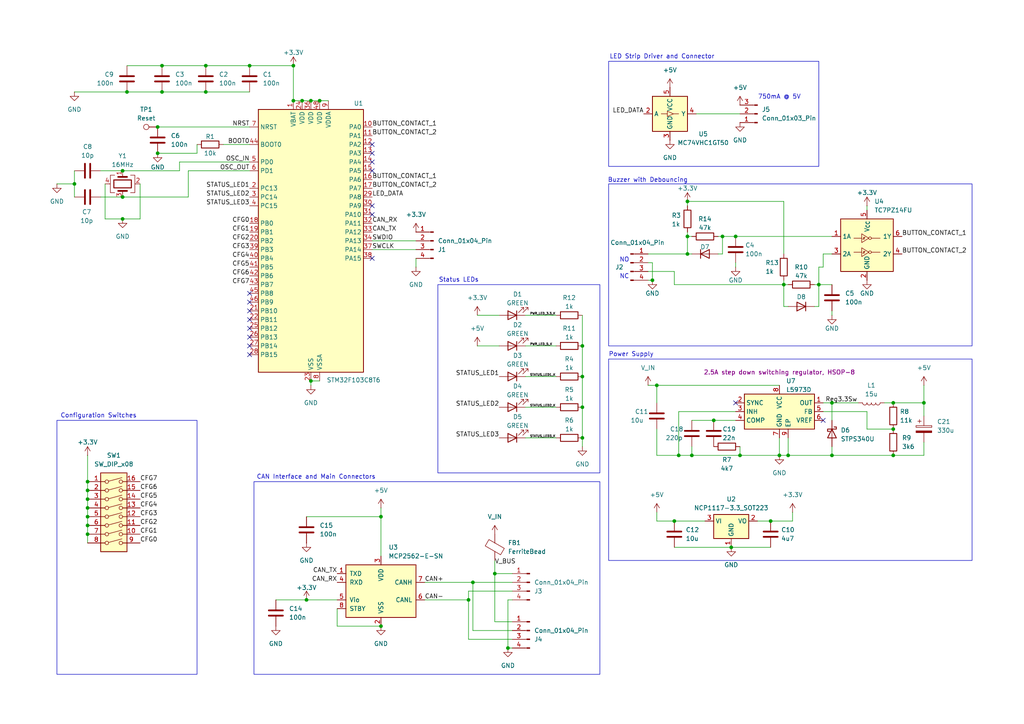
<source format=kicad_sch>
(kicad_sch
	(version 20250114)
	(generator "eeschema")
	(generator_version "9.0")
	(uuid "19263075-2e14-4c1c-b140-be1cece82e7d")
	(paper "A4")
	
	(rectangle
		(start 176.53 104.14)
		(end 281.94 162.56)
		(stroke
			(width 0)
			(type default)
		)
		(fill
			(type none)
		)
		(uuid 23c67946-7944-4d44-b21d-0ec6a7aaeb80)
	)
	(rectangle
		(start 127 82.55)
		(end 173.99 137.16)
		(stroke
			(width 0)
			(type default)
		)
		(fill
			(type none)
		)
		(uuid 3ec2cf12-3316-4ad5-9e48-656f29b6ec7c)
	)
	(rectangle
		(start 73.66 139.7)
		(end 173.99 195.58)
		(stroke
			(width 0)
			(type default)
		)
		(fill
			(type none)
		)
		(uuid 614fc8b1-1614-4757-b308-26632a14bc81)
	)
	(rectangle
		(start 176.53 53.34)
		(end 281.94 100.33)
		(stroke
			(width 0)
			(type default)
		)
		(fill
			(type none)
		)
		(uuid 743e7db7-e866-481f-ada0-9cd999483b74)
	)
	(rectangle
		(start 176.53 17.78)
		(end 237.49 48.26)
		(stroke
			(width 0)
			(type default)
		)
		(fill
			(type none)
		)
		(uuid 77fc0092-700a-41d7-9d93-e847315bbabf)
	)
	(rectangle
		(start 16.51 121.92)
		(end 57.15 195.58)
		(stroke
			(width 0)
			(type default)
		)
		(fill
			(type none)
		)
		(uuid b466160f-2013-4056-80ea-b88fbadd875e)
	)
	(text "Configuration Switches"
		(exclude_from_sim no)
		(at 17.526 120.65 0)
		(effects
			(font
				(size 1.27 1.27)
			)
			(justify left)
		)
		(uuid "37b19a70-d6c3-46fc-b951-70b3fd6518dc")
	)
	(text "Buzzer with Debouncing"
		(exclude_from_sim no)
		(at 176.276 52.324 0)
		(effects
			(font
				(size 1.27 1.27)
			)
			(justify left)
		)
		(uuid "719b8407-7060-419a-a828-1aa8660ea21e")
	)
	(text "CAN Interface and Main Connectors"
		(exclude_from_sim no)
		(at 74.422 138.43 0)
		(effects
			(font
				(size 1.27 1.27)
			)
			(justify left)
		)
		(uuid "7ddce0f7-c330-4995-8064-dfc301e672b6")
	)
	(text "NC"
		(exclude_from_sim no)
		(at 181.102 80.264 0)
		(effects
			(font
				(size 1.27 1.27)
			)
		)
		(uuid "815a38bd-1eff-4e25-a285-0768ecd29123")
	)
	(text "NO"
		(exclude_from_sim no)
		(at 181.102 75.438 0)
		(effects
			(font
				(size 1.27 1.27)
			)
		)
		(uuid "96dcbd12-7adc-4cf8-aed6-af31ca0f2aae")
	)
	(text "Power Supply"
		(exclude_from_sim no)
		(at 176.53 102.87 0)
		(effects
			(font
				(size 1.27 1.27)
			)
			(justify left)
		)
		(uuid "b3c0fb1b-54e7-4bfc-806c-bb7588d275b1")
	)
	(text "750mA @ 5V"
		(exclude_from_sim no)
		(at 226.06 28.194 0)
		(effects
			(font
				(size 1.27 1.27)
			)
		)
		(uuid "b85a5c02-fa83-461d-83e3-97304678a0df")
	)
	(text "LED Strip Driver and Connector"
		(exclude_from_sim no)
		(at 176.784 16.51 0)
		(effects
			(font
				(size 1.27 1.27)
			)
			(justify left)
		)
		(uuid "eb137765-0cde-4ad6-8c7e-e6df30883dcb")
	)
	(text "Status LEDs"
		(exclude_from_sim no)
		(at 127.254 81.28 0)
		(effects
			(font
				(size 1.27 1.27)
			)
			(justify left)
		)
		(uuid "f417197e-e46c-46f5-8146-b3bbcc0bf4fc")
	)
	(junction
		(at 35.56 57.15)
		(diameter 0)
		(color 0 0 0 0)
		(uuid "0072b523-77c6-4264-930f-487df73ad49f")
	)
	(junction
		(at 199.39 73.66)
		(diameter 0)
		(color 0 0 0 0)
		(uuid "022eac4e-119b-42a4-ac9a-063ec3170e37")
	)
	(junction
		(at 59.69 19.05)
		(diameter 0)
		(color 0 0 0 0)
		(uuid "0402ce2f-87f9-4970-89ad-ac3819bf12d6")
	)
	(junction
		(at 168.91 100.33)
		(diameter 0)
		(color 0 0 0 0)
		(uuid "0a5984a4-9313-4450-a0e2-2728c256fac6")
	)
	(junction
		(at 228.6 132.08)
		(diameter 0)
		(color 0 0 0 0)
		(uuid "1011dad9-bddb-49a7-a0a5-5d6f89afded3")
	)
	(junction
		(at 226.06 132.08)
		(diameter 0)
		(color 0 0 0 0)
		(uuid "1185b788-8e1f-4e1b-b5e8-1444ce1cf827")
	)
	(junction
		(at 59.69 26.67)
		(diameter 0)
		(color 0 0 0 0)
		(uuid "128959b9-b85f-423e-bcce-6e35d4b8fe21")
	)
	(junction
		(at 46.99 19.05)
		(diameter 0)
		(color 0 0 0 0)
		(uuid "1488d7e9-5025-4b6c-9529-17e87f16f7f7")
	)
	(junction
		(at 137.16 168.91)
		(diameter 0)
		(color 0 0 0 0)
		(uuid "154b48ca-5a86-4035-9c38-9784706cd0b5")
	)
	(junction
		(at 25.4 152.4)
		(diameter 0)
		(color 0 0 0 0)
		(uuid "168c8e4f-7460-4a5d-9d93-5328b72eb8fe")
	)
	(junction
		(at 25.4 149.86)
		(diameter 0)
		(color 0 0 0 0)
		(uuid "18c6d6b2-4b84-4c89-ab81-d660aead6fbe")
	)
	(junction
		(at 168.91 118.11)
		(diameter 0)
		(color 0 0 0 0)
		(uuid "20fcce97-dc53-43a7-be87-c884424d2505")
	)
	(junction
		(at 90.17 29.21)
		(diameter 0)
		(color 0 0 0 0)
		(uuid "249ad71e-3d16-4636-adb8-993d06ee3800")
	)
	(junction
		(at 143.51 166.37)
		(diameter 0)
		(color 0 0 0 0)
		(uuid "29932bfd-d0c3-4cc6-8f23-395ece279acb")
	)
	(junction
		(at 90.17 110.49)
		(diameter 0)
		(color 0 0 0 0)
		(uuid "2b59d6cc-5ac0-4eee-aa3f-18f85cfb19c0")
	)
	(junction
		(at 25.4 144.78)
		(diameter 0)
		(color 0 0 0 0)
		(uuid "32ce0a2f-7feb-4048-ad5f-bdf3fc3b501b")
	)
	(junction
		(at 213.36 68.58)
		(diameter 0)
		(color 0 0 0 0)
		(uuid "366faba3-09c2-45fa-ad12-4cbc4555bb23")
	)
	(junction
		(at 190.5 111.76)
		(diameter 0)
		(color 0 0 0 0)
		(uuid "36d7591a-c182-4144-b96b-2ca3699f3950")
	)
	(junction
		(at 147.32 187.96)
		(diameter 0)
		(color 0 0 0 0)
		(uuid "38cdbfd2-f585-443c-aa7c-0b34dc91c0a4")
	)
	(junction
		(at 87.63 29.21)
		(diameter 0)
		(color 0 0 0 0)
		(uuid "399711ca-5b01-4c3e-82af-2121ef5c8f57")
	)
	(junction
		(at 88.9 173.99)
		(diameter 0)
		(color 0 0 0 0)
		(uuid "4039a61a-b0e1-4eed-89c7-5da9a0d7c3e5")
	)
	(junction
		(at 237.49 82.55)
		(diameter 0)
		(color 0 0 0 0)
		(uuid "4a809945-5fd7-4c50-9491-b4eb83d96964")
	)
	(junction
		(at 168.91 127)
		(diameter 0)
		(color 0 0 0 0)
		(uuid "4f399113-a058-46fb-b4bf-b75f105b9f42")
	)
	(junction
		(at 199.39 68.58)
		(diameter 0)
		(color 0 0 0 0)
		(uuid "53f2f894-054b-4465-8fe5-6eab50f5611a")
	)
	(junction
		(at 110.49 181.61)
		(diameter 0)
		(color 0 0 0 0)
		(uuid "6c120f95-fd00-4c3d-8d92-b19f46a86d76")
	)
	(junction
		(at 259.08 132.08)
		(diameter 0)
		(color 0 0 0 0)
		(uuid "71776ace-88ca-4b2d-9e5a-cb3a354ca0b2")
	)
	(junction
		(at 200.66 132.08)
		(diameter 0)
		(color 0 0 0 0)
		(uuid "73234447-d924-47db-9dbd-99d34b236ae8")
	)
	(junction
		(at 267.97 116.84)
		(diameter 0)
		(color 0 0 0 0)
		(uuid "7584aa4a-85c0-4975-b981-dec4be8cab76")
	)
	(junction
		(at 35.56 49.53)
		(diameter 0)
		(color 0 0 0 0)
		(uuid "78e40e73-fca5-427d-89ed-acae12f4c259")
	)
	(junction
		(at 209.55 68.58)
		(diameter 0)
		(color 0 0 0 0)
		(uuid "7ed13373-50ac-469c-a2e3-1a351a5aefe3")
	)
	(junction
		(at 189.23 81.28)
		(diameter 0)
		(color 0 0 0 0)
		(uuid "8b1186ff-fb98-4256-b9cb-516664a36008")
	)
	(junction
		(at 25.4 147.32)
		(diameter 0)
		(color 0 0 0 0)
		(uuid "8b6e8f2a-27e3-4b1a-bd0e-f52871dbdb43")
	)
	(junction
		(at 207.01 121.92)
		(diameter 0)
		(color 0 0 0 0)
		(uuid "8d45d41f-40d6-44e9-847e-e88c00cc7310")
	)
	(junction
		(at 214.63 132.08)
		(diameter 0)
		(color 0 0 0 0)
		(uuid "90b300b4-b894-4c6f-9b00-901ed78bacad")
	)
	(junction
		(at 196.85 132.08)
		(diameter 0)
		(color 0 0 0 0)
		(uuid "99a6fed0-b08e-4296-b6d9-537fa9ef5235")
	)
	(junction
		(at 199.39 58.42)
		(diameter 0)
		(color 0 0 0 0)
		(uuid "9a7a1bba-1430-4294-817f-188b62d1943c")
	)
	(junction
		(at 259.08 116.84)
		(diameter 0)
		(color 0 0 0 0)
		(uuid "a2c35e8b-28ff-4984-b977-c300bce0f377")
	)
	(junction
		(at 110.49 149.86)
		(diameter 0)
		(color 0 0 0 0)
		(uuid "a907a4e6-2ab5-43eb-8512-256a06d64038")
	)
	(junction
		(at 227.33 82.55)
		(diameter 0)
		(color 0 0 0 0)
		(uuid "a919e330-9291-4d67-b6c4-b13a7c82fc18")
	)
	(junction
		(at 241.3 116.84)
		(diameter 0)
		(color 0 0 0 0)
		(uuid "b3599045-2889-4187-945b-589d2207b37a")
	)
	(junction
		(at 72.39 19.05)
		(diameter 0)
		(color 0 0 0 0)
		(uuid "b7fb4268-dc41-44e6-8655-4af1793f3a45")
	)
	(junction
		(at 36.83 26.67)
		(diameter 0)
		(color 0 0 0 0)
		(uuid "b89f260c-ff8c-474a-9211-3f978f506a9b")
	)
	(junction
		(at 135.89 173.99)
		(diameter 0)
		(color 0 0 0 0)
		(uuid "b9d18b2d-30e3-4148-8f84-cfee5aa38509")
	)
	(junction
		(at 259.08 124.46)
		(diameter 0)
		(color 0 0 0 0)
		(uuid "bd4a206f-2d9e-4aa7-a0c9-f544461debda")
	)
	(junction
		(at 92.71 29.21)
		(diameter 0)
		(color 0 0 0 0)
		(uuid "bd63f6d4-eb53-4ed6-aa2a-75390a7053cb")
	)
	(junction
		(at 46.99 26.67)
		(diameter 0)
		(color 0 0 0 0)
		(uuid "c0b29022-0464-4906-833c-0a46df749d49")
	)
	(junction
		(at 25.4 139.7)
		(diameter 0)
		(color 0 0 0 0)
		(uuid "c89d878b-9af4-492c-a238-6cc0da1ab32a")
	)
	(junction
		(at 35.56 63.5)
		(diameter 0)
		(color 0 0 0 0)
		(uuid "cca43cab-9e06-46e2-9bb2-5fad9b3a2e30")
	)
	(junction
		(at 25.4 142.24)
		(diameter 0)
		(color 0 0 0 0)
		(uuid "d0a1f97b-68a1-4a3a-84d9-0ef7cac97dba")
	)
	(junction
		(at 45.72 36.83)
		(diameter 0)
		(color 0 0 0 0)
		(uuid "d45c2fdf-b6da-4edb-aeaf-9db67f2d8b1d")
	)
	(junction
		(at 168.91 109.22)
		(diameter 0)
		(color 0 0 0 0)
		(uuid "d5a4c53e-cc23-4acf-b18d-8f53ef48c92a")
	)
	(junction
		(at 223.52 151.13)
		(diameter 0)
		(color 0 0 0 0)
		(uuid "d8a8d9e4-8eca-4668-8f4f-d35562c117fd")
	)
	(junction
		(at 85.09 29.21)
		(diameter 0)
		(color 0 0 0 0)
		(uuid "e595b548-3f4d-4147-b16b-6bbf1ad6a7a2")
	)
	(junction
		(at 195.58 151.13)
		(diameter 0)
		(color 0 0 0 0)
		(uuid "ec64760a-ff87-4873-81f9-1bce3339c2dd")
	)
	(junction
		(at 21.59 53.34)
		(diameter 0)
		(color 0 0 0 0)
		(uuid "ec795efc-a571-409f-a6ce-646607884533")
	)
	(junction
		(at 212.09 158.75)
		(diameter 0)
		(color 0 0 0 0)
		(uuid "eef91584-61fa-4a48-9c00-9a59f63aaae2")
	)
	(junction
		(at 25.4 154.94)
		(diameter 0)
		(color 0 0 0 0)
		(uuid "f54a3756-4a95-4a93-9307-30a590008261")
	)
	(junction
		(at 85.09 19.05)
		(diameter 0)
		(color 0 0 0 0)
		(uuid "fd35f0f2-41d7-45d4-b212-a9d3a14c6690")
	)
	(junction
		(at 241.3 132.08)
		(diameter 0)
		(color 0 0 0 0)
		(uuid "fdfc1c58-f259-4f93-bc9f-73a3b7db673b")
	)
	(junction
		(at 45.72 44.45)
		(diameter 0)
		(color 0 0 0 0)
		(uuid "fe0ff851-deef-4953-9e06-0347fdc8bc28")
	)
	(no_connect
		(at 107.95 59.69)
		(uuid "0778d0a2-aa32-4a9c-b6f3-c3e16f8dc3d8")
	)
	(no_connect
		(at 107.95 46.99)
		(uuid "2f30fee0-9e3a-483e-a6fe-cd71f2d579ff")
	)
	(no_connect
		(at 72.39 97.79)
		(uuid "3fb9f79d-96a1-4c19-96ea-e59eacccf9f5")
	)
	(no_connect
		(at 107.95 62.23)
		(uuid "4095179e-42ad-44f6-815d-db842634be91")
	)
	(no_connect
		(at 107.95 44.45)
		(uuid "51c4d364-b10f-4b3e-acee-9a7da108087a")
	)
	(no_connect
		(at 72.39 102.87)
		(uuid "58ccbf30-bd0f-45f2-9468-b3a2ab5914dd")
	)
	(no_connect
		(at 72.39 90.17)
		(uuid "5b26b235-7cf5-4d4c-811e-a510b350cb1e")
	)
	(no_connect
		(at 72.39 95.25)
		(uuid "67514afc-c915-43ee-a1cf-259ae50df2aa")
	)
	(no_connect
		(at 107.95 74.93)
		(uuid "6d061538-ca14-4a0f-ae5d-bf9ceda65e03")
	)
	(no_connect
		(at 107.95 49.53)
		(uuid "7574d9bd-f733-43c4-b535-909a651bb32b")
	)
	(no_connect
		(at 213.36 116.84)
		(uuid "779c9968-ad8d-4c09-bfa8-0d4b9ea9ba53")
	)
	(no_connect
		(at 238.76 121.92)
		(uuid "9458ed2a-12aa-4099-a1d1-a24ac28cc139")
	)
	(no_connect
		(at 72.39 100.33)
		(uuid "97c84623-7b5a-4662-9d78-f07fca001de3")
	)
	(no_connect
		(at 107.95 41.91)
		(uuid "ac2db4d2-0af4-4f13-badb-f107cb5c20e7")
	)
	(no_connect
		(at 72.39 92.71)
		(uuid "bb974523-1de8-4cb1-9556-74c70bec9c2a")
	)
	(no_connect
		(at 72.39 85.09)
		(uuid "cabc5be7-cb22-4614-849c-bdbc380b6acf")
	)
	(no_connect
		(at 72.39 87.63)
		(uuid "df9a6aac-9d8e-45fc-a37b-a21f8eb58572")
	)
	(wire
		(pts
			(xy 195.58 78.74) (xy 195.58 82.55)
		)
		(stroke
			(width 0)
			(type default)
		)
		(uuid "000de9ea-2242-415c-9f60-b7e2dd347dd5")
	)
	(wire
		(pts
			(xy 228.6 132.08) (xy 241.3 132.08)
		)
		(stroke
			(width 0)
			(type default)
		)
		(uuid "01a0e334-c978-44e6-8ace-746b7c0e945a")
	)
	(wire
		(pts
			(xy 213.36 119.38) (xy 196.85 119.38)
		)
		(stroke
			(width 0)
			(type default)
		)
		(uuid "04de055b-fc80-4cf4-854d-674b3af6d8ff")
	)
	(wire
		(pts
			(xy 196.85 119.38) (xy 196.85 132.08)
		)
		(stroke
			(width 0)
			(type default)
		)
		(uuid "0bbfcbcb-088c-4f23-95bf-38f1fff22cd7")
	)
	(wire
		(pts
			(xy 110.49 149.86) (xy 110.49 161.29)
		)
		(stroke
			(width 0)
			(type default)
		)
		(uuid "0c5c9650-83b4-409a-bde1-f97c3f7f04a2")
	)
	(wire
		(pts
			(xy 135.89 171.45) (xy 148.59 171.45)
		)
		(stroke
			(width 0)
			(type default)
		)
		(uuid "0ec91b38-b9f5-443d-ac18-7500210b7219")
	)
	(wire
		(pts
			(xy 168.91 91.44) (xy 168.91 100.33)
		)
		(stroke
			(width 0)
			(type default)
		)
		(uuid "0ee7b60a-6fb7-46da-ad1f-1468bd936551")
	)
	(wire
		(pts
			(xy 190.5 111.76) (xy 226.06 111.76)
		)
		(stroke
			(width 0)
			(type default)
		)
		(uuid "124c5f17-9d32-40d1-adb6-3913210a0ef2")
	)
	(wire
		(pts
			(xy 90.17 110.49) (xy 90.17 111.76)
		)
		(stroke
			(width 0)
			(type default)
		)
		(uuid "12e12818-f017-467e-82e1-9d65d01e195c")
	)
	(wire
		(pts
			(xy 143.51 166.37) (xy 148.59 166.37)
		)
		(stroke
			(width 0)
			(type default)
		)
		(uuid "14ef4c6d-3af5-4410-a028-36b2ec03a64e")
	)
	(wire
		(pts
			(xy 52.07 49.53) (xy 35.56 49.53)
		)
		(stroke
			(width 0)
			(type default)
		)
		(uuid "1938f273-d657-4f64-bde3-10b4f4d8ee5b")
	)
	(wire
		(pts
			(xy 97.79 181.61) (xy 110.49 181.61)
		)
		(stroke
			(width 0)
			(type default)
		)
		(uuid "19fb19ca-707d-48b9-b5f2-3effe2f187af")
	)
	(wire
		(pts
			(xy 241.3 116.84) (xy 241.3 121.92)
		)
		(stroke
			(width 0)
			(type default)
		)
		(uuid "1d7cc9da-7fae-47ca-a7a7-8f93364690e9")
	)
	(wire
		(pts
			(xy 54.61 49.53) (xy 54.61 57.15)
		)
		(stroke
			(width 0)
			(type default)
		)
		(uuid "1e7f3c47-6ccf-4f99-b781-071a2e174597")
	)
	(wire
		(pts
			(xy 25.4 144.78) (xy 25.4 147.32)
		)
		(stroke
			(width 0)
			(type default)
		)
		(uuid "1fdc6a50-1899-4ae6-b33c-a2616deb4141")
	)
	(wire
		(pts
			(xy 227.33 82.55) (xy 227.33 88.9)
		)
		(stroke
			(width 0)
			(type default)
		)
		(uuid "20d4df57-0bf5-4715-8dc3-7aada2917b74")
	)
	(wire
		(pts
			(xy 267.97 128.27) (xy 267.97 132.08)
		)
		(stroke
			(width 0)
			(type default)
		)
		(uuid "22215599-f6a2-44a0-a23c-4819d12a3247")
	)
	(wire
		(pts
			(xy 199.39 58.42) (xy 199.39 59.69)
		)
		(stroke
			(width 0)
			(type default)
		)
		(uuid "2344765d-60e5-48b2-939b-79667249b7d9")
	)
	(wire
		(pts
			(xy 138.43 91.44) (xy 144.78 91.44)
		)
		(stroke
			(width 0)
			(type default)
		)
		(uuid "241d2c2a-1724-44a3-9008-5eaa1c1f05d9")
	)
	(wire
		(pts
			(xy 72.39 46.99) (xy 52.07 46.99)
		)
		(stroke
			(width 0)
			(type default)
		)
		(uuid "27e09aa9-1ad3-4e78-83e1-ecb6400cf6ac")
	)
	(wire
		(pts
			(xy 229.87 148.59) (xy 229.87 151.13)
		)
		(stroke
			(width 0)
			(type default)
		)
		(uuid "2a215a98-603b-4a4b-b7a5-7d92111c4928")
	)
	(wire
		(pts
			(xy 237.49 88.9) (xy 236.22 88.9)
		)
		(stroke
			(width 0)
			(type default)
		)
		(uuid "2baa4836-cf5b-41e1-b3fb-254096b52010")
	)
	(wire
		(pts
			(xy 238.76 77.47) (xy 238.76 73.66)
		)
		(stroke
			(width 0)
			(type default)
		)
		(uuid "2d40c400-b918-4455-9d59-82ff4f691436")
	)
	(wire
		(pts
			(xy 212.09 158.75) (xy 223.52 158.75)
		)
		(stroke
			(width 0)
			(type default)
		)
		(uuid "2db74a61-3da2-476a-968f-ea3f78b35fd0")
	)
	(wire
		(pts
			(xy 237.49 77.47) (xy 238.76 77.47)
		)
		(stroke
			(width 0)
			(type default)
		)
		(uuid "2f6e3b82-20aa-42d1-92c3-b1efd861f8f3")
	)
	(wire
		(pts
			(xy 138.43 100.33) (xy 144.78 100.33)
		)
		(stroke
			(width 0)
			(type default)
		)
		(uuid "3000b3e9-4b62-4a27-86a8-967a8803fb94")
	)
	(wire
		(pts
			(xy 200.66 73.66) (xy 199.39 73.66)
		)
		(stroke
			(width 0)
			(type default)
		)
		(uuid "32c7d516-4798-442a-8d3c-e5eb2d3e8a94")
	)
	(wire
		(pts
			(xy 87.63 29.21) (xy 85.09 29.21)
		)
		(stroke
			(width 0)
			(type default)
		)
		(uuid "33687124-7920-4084-82cc-510c2f008db2")
	)
	(wire
		(pts
			(xy 21.59 53.34) (xy 21.59 57.15)
		)
		(stroke
			(width 0)
			(type default)
		)
		(uuid "344b057a-6a8c-4bad-9d30-b3cfce991656")
	)
	(wire
		(pts
			(xy 267.97 116.84) (xy 267.97 120.65)
		)
		(stroke
			(width 0)
			(type default)
		)
		(uuid "36303275-7593-440c-920f-0a978e988440")
	)
	(wire
		(pts
			(xy 135.89 173.99) (xy 135.89 171.45)
		)
		(stroke
			(width 0)
			(type default)
		)
		(uuid "3838086e-521e-4665-9d92-115621beda95")
	)
	(wire
		(pts
			(xy 227.33 81.28) (xy 227.33 82.55)
		)
		(stroke
			(width 0)
			(type default)
		)
		(uuid "3a11b3b7-143a-4159-9617-c5ddba0d86e4")
	)
	(wire
		(pts
			(xy 25.4 139.7) (xy 25.4 142.24)
		)
		(stroke
			(width 0)
			(type default)
		)
		(uuid "3a17ec97-b4c2-473d-a0d5-6fd57dbcbfc2")
	)
	(wire
		(pts
			(xy 251.46 124.46) (xy 259.08 124.46)
		)
		(stroke
			(width 0)
			(type default)
		)
		(uuid "3ae15d1b-cae5-4e94-8ab3-692493c8dcd2")
	)
	(wire
		(pts
			(xy 199.39 73.66) (xy 199.39 68.58)
		)
		(stroke
			(width 0)
			(type default)
		)
		(uuid "3b139fe8-218a-4ad8-8bb2-0f65d99db6c6")
	)
	(wire
		(pts
			(xy 195.58 151.13) (xy 204.47 151.13)
		)
		(stroke
			(width 0)
			(type default)
		)
		(uuid "3b9b67b9-36c7-49fa-9953-22eb51967234")
	)
	(wire
		(pts
			(xy 123.19 173.99) (xy 135.89 173.99)
		)
		(stroke
			(width 0)
			(type default)
		)
		(uuid "414fa327-76b2-45b3-851f-aa939771192b")
	)
	(wire
		(pts
			(xy 190.5 132.08) (xy 196.85 132.08)
		)
		(stroke
			(width 0)
			(type default)
		)
		(uuid "4181b9b3-bab0-4874-adeb-0448a33b7de8")
	)
	(wire
		(pts
			(xy 256.54 116.84) (xy 259.08 116.84)
		)
		(stroke
			(width 0)
			(type default)
		)
		(uuid "42f0c8bd-5271-450f-80a4-a46d663dae31")
	)
	(wire
		(pts
			(xy 187.96 76.2) (xy 189.23 76.2)
		)
		(stroke
			(width 0)
			(type default)
		)
		(uuid "43e13bc2-575b-44cc-8288-127d0675e177")
	)
	(wire
		(pts
			(xy 251.46 124.46) (xy 251.46 119.38)
		)
		(stroke
			(width 0)
			(type default)
		)
		(uuid "450d51b7-80af-4696-9397-7d66c3bd1d63")
	)
	(wire
		(pts
			(xy 147.32 187.96) (xy 148.59 187.96)
		)
		(stroke
			(width 0)
			(type default)
		)
		(uuid "47a7c78b-f2f0-4e04-a82e-ad262d7472af")
	)
	(wire
		(pts
			(xy 190.5 148.59) (xy 190.5 151.13)
		)
		(stroke
			(width 0)
			(type default)
		)
		(uuid "4dabe9b3-843e-4cd3-857c-d165cfae1501")
	)
	(wire
		(pts
			(xy 135.89 173.99) (xy 135.89 185.42)
		)
		(stroke
			(width 0)
			(type default)
		)
		(uuid "4ddffc87-7d98-4efb-ae5b-8ac35817cc3e")
	)
	(wire
		(pts
			(xy 36.83 26.67) (xy 46.99 26.67)
		)
		(stroke
			(width 0)
			(type default)
		)
		(uuid "4ef4d265-6c3c-47ce-b69e-991f46e08cec")
	)
	(wire
		(pts
			(xy 25.4 142.24) (xy 25.4 144.78)
		)
		(stroke
			(width 0)
			(type default)
		)
		(uuid "4f81d07e-7559-4d7a-b5ff-0d938fd10675")
	)
	(wire
		(pts
			(xy 237.49 77.47) (xy 237.49 82.55)
		)
		(stroke
			(width 0)
			(type default)
		)
		(uuid "4fea8744-2182-4966-9e89-af2d547ce9a7")
	)
	(wire
		(pts
			(xy 120.65 74.93) (xy 120.65 77.47)
		)
		(stroke
			(width 0)
			(type default)
		)
		(uuid "50703db6-8583-46dc-a2c2-154117176bb7")
	)
	(wire
		(pts
			(xy 226.06 132.08) (xy 228.6 132.08)
		)
		(stroke
			(width 0)
			(type default)
		)
		(uuid "566d7dbc-926e-4689-9d3f-9368a9108c52")
	)
	(wire
		(pts
			(xy 251.46 59.69) (xy 251.46 60.96)
		)
		(stroke
			(width 0)
			(type default)
		)
		(uuid "56d2abd2-c5f1-4054-9d00-11857b35ab71")
	)
	(wire
		(pts
			(xy 209.55 68.58) (xy 213.36 68.58)
		)
		(stroke
			(width 0)
			(type default)
		)
		(uuid "58cdf79c-8b44-4023-8add-f029a6b87e05")
	)
	(wire
		(pts
			(xy 29.21 57.15) (xy 35.56 57.15)
		)
		(stroke
			(width 0)
			(type default)
		)
		(uuid "592e5450-5405-49c1-82b2-ad08b8bd47b9")
	)
	(wire
		(pts
			(xy 90.17 110.49) (xy 92.71 110.49)
		)
		(stroke
			(width 0)
			(type default)
		)
		(uuid "5a96dd34-bc06-4191-bce4-ac2fba63458f")
	)
	(wire
		(pts
			(xy 25.4 152.4) (xy 25.4 154.94)
		)
		(stroke
			(width 0)
			(type default)
		)
		(uuid "5e9dc771-c9e5-469d-98d8-57dc47611b54")
	)
	(wire
		(pts
			(xy 25.4 132.08) (xy 25.4 139.7)
		)
		(stroke
			(width 0)
			(type default)
		)
		(uuid "6049f281-0635-4300-9174-a124cf526896")
	)
	(wire
		(pts
			(xy 200.66 129.54) (xy 200.66 132.08)
		)
		(stroke
			(width 0)
			(type default)
		)
		(uuid "61517793-15d6-45f2-b50e-405e17e1660d")
	)
	(wire
		(pts
			(xy 92.71 29.21) (xy 90.17 29.21)
		)
		(stroke
			(width 0)
			(type default)
		)
		(uuid "62ae2f4b-425c-474d-aa66-b61d37f187ef")
	)
	(wire
		(pts
			(xy 190.5 111.76) (xy 190.5 116.84)
		)
		(stroke
			(width 0)
			(type default)
		)
		(uuid "62f1f17a-6b6b-49a4-a780-81666fecdf76")
	)
	(wire
		(pts
			(xy 214.63 132.08) (xy 226.06 132.08)
		)
		(stroke
			(width 0)
			(type default)
		)
		(uuid "6337faff-4f33-437e-ad3d-a252174ef9cb")
	)
	(wire
		(pts
			(xy 40.64 53.34) (xy 40.64 63.5)
		)
		(stroke
			(width 0)
			(type default)
		)
		(uuid "66020eb4-46b8-47ca-8a8a-a88ce58abe3c")
	)
	(wire
		(pts
			(xy 190.5 151.13) (xy 195.58 151.13)
		)
		(stroke
			(width 0)
			(type default)
		)
		(uuid "6a9b3877-ad7c-4408-b6c8-24256d031d77")
	)
	(wire
		(pts
			(xy 168.91 118.11) (xy 168.91 127)
		)
		(stroke
			(width 0)
			(type default)
		)
		(uuid "6e2d4070-d363-4e24-bb7d-fe9960cd50a4")
	)
	(wire
		(pts
			(xy 241.3 116.84) (xy 248.92 116.84)
		)
		(stroke
			(width 0)
			(type default)
		)
		(uuid "6eb37057-640d-44b3-95c6-eef07c0552b7")
	)
	(wire
		(pts
			(xy 143.51 180.34) (xy 148.59 180.34)
		)
		(stroke
			(width 0)
			(type default)
		)
		(uuid "75c88008-4a59-4941-a752-c2376ad0c5c6")
	)
	(wire
		(pts
			(xy 123.19 168.91) (xy 137.16 168.91)
		)
		(stroke
			(width 0)
			(type default)
		)
		(uuid "7677097d-eeeb-4109-ab7a-3260a560c0af")
	)
	(wire
		(pts
			(xy 35.56 63.5) (xy 40.64 63.5)
		)
		(stroke
			(width 0)
			(type default)
		)
		(uuid "78ebacfe-3512-4a91-a685-c5e269d4d476")
	)
	(wire
		(pts
			(xy 21.59 49.53) (xy 21.59 53.34)
		)
		(stroke
			(width 0)
			(type default)
		)
		(uuid "7a5c6c4d-31e1-4631-bbd9-2f70433a58fa")
	)
	(wire
		(pts
			(xy 152.4 100.33) (xy 161.29 100.33)
		)
		(stroke
			(width 0)
			(type default)
		)
		(uuid "7d052de5-b337-4dfb-8b81-9f259e5cfc94")
	)
	(wire
		(pts
			(xy 25.4 149.86) (xy 25.4 152.4)
		)
		(stroke
			(width 0)
			(type default)
		)
		(uuid "7d843b4d-cd9d-4518-a6e6-0ebb93be8e39")
	)
	(wire
		(pts
			(xy 135.89 185.42) (xy 148.59 185.42)
		)
		(stroke
			(width 0)
			(type default)
		)
		(uuid "7da798df-8621-48f9-bc2b-8b47ca07d327")
	)
	(wire
		(pts
			(xy 148.59 173.99) (xy 147.32 173.99)
		)
		(stroke
			(width 0)
			(type default)
		)
		(uuid "7dcc0943-fe59-4d79-988f-8e8a00a19a42")
	)
	(wire
		(pts
			(xy 143.51 162.56) (xy 143.51 166.37)
		)
		(stroke
			(width 0)
			(type default)
		)
		(uuid "7f2e73ed-8279-4265-9bc9-0bbeb8eecfd7")
	)
	(wire
		(pts
			(xy 208.28 73.66) (xy 209.55 73.66)
		)
		(stroke
			(width 0)
			(type default)
		)
		(uuid "802499de-aafe-4393-9873-e891b2ad84f1")
	)
	(wire
		(pts
			(xy 46.99 26.67) (xy 59.69 26.67)
		)
		(stroke
			(width 0)
			(type default)
		)
		(uuid "8a66c779-bd84-4635-aea2-dc2f4a11f639")
	)
	(wire
		(pts
			(xy 259.08 132.08) (xy 267.97 132.08)
		)
		(stroke
			(width 0)
			(type default)
		)
		(uuid "8b326bad-75a6-4083-a388-8f46f81a5a70")
	)
	(wire
		(pts
			(xy 57.15 41.91) (xy 57.15 44.45)
		)
		(stroke
			(width 0)
			(type default)
		)
		(uuid "8b34d129-0f6d-498e-a534-957640452560")
	)
	(wire
		(pts
			(xy 87.63 29.21) (xy 90.17 29.21)
		)
		(stroke
			(width 0)
			(type default)
		)
		(uuid "8dd82040-38ce-4996-9210-9dbc290d282a")
	)
	(wire
		(pts
			(xy 88.9 149.86) (xy 110.49 149.86)
		)
		(stroke
			(width 0)
			(type default)
		)
		(uuid "8e6c8a2f-3d8b-410b-bf55-fbd0c8c1fdc2")
	)
	(wire
		(pts
			(xy 143.51 166.37) (xy 143.51 180.34)
		)
		(stroke
			(width 0)
			(type default)
		)
		(uuid "8eedd378-7a1b-4d69-b151-756fa87add63")
	)
	(wire
		(pts
			(xy 152.4 109.22) (xy 161.29 109.22)
		)
		(stroke
			(width 0)
			(type default)
		)
		(uuid "91279579-62b7-44bc-b036-e83801b84e87")
	)
	(wire
		(pts
			(xy 137.16 182.88) (xy 148.59 182.88)
		)
		(stroke
			(width 0)
			(type default)
		)
		(uuid "92ca3912-6759-4f37-b7c1-c406815f99db")
	)
	(wire
		(pts
			(xy 219.71 151.13) (xy 223.52 151.13)
		)
		(stroke
			(width 0)
			(type default)
		)
		(uuid "93ff1b0f-9b78-4528-923b-270e2722adf1")
	)
	(wire
		(pts
			(xy 21.59 26.67) (xy 36.83 26.67)
		)
		(stroke
			(width 0)
			(type default)
		)
		(uuid "959c19d0-ecbd-486d-aeea-4a2208267b52")
	)
	(wire
		(pts
			(xy 25.4 154.94) (xy 25.4 157.48)
		)
		(stroke
			(width 0)
			(type default)
		)
		(uuid "96a3a72a-e42e-4e16-b7b0-ba7242fc54c4")
	)
	(wire
		(pts
			(xy 199.39 67.31) (xy 199.39 68.58)
		)
		(stroke
			(width 0)
			(type default)
		)
		(uuid "97d7b694-6d62-40d1-a096-d91aa7505cbb")
	)
	(wire
		(pts
			(xy 241.3 129.54) (xy 241.3 132.08)
		)
		(stroke
			(width 0)
			(type default)
		)
		(uuid "985c53c6-9c63-49a6-8e04-bc56cc5eb069")
	)
	(wire
		(pts
			(xy 147.32 173.99) (xy 147.32 187.96)
		)
		(stroke
			(width 0)
			(type default)
		)
		(uuid "9aa77c15-4005-46ec-bf1f-4651d92ad263")
	)
	(wire
		(pts
			(xy 190.5 124.46) (xy 190.5 132.08)
		)
		(stroke
			(width 0)
			(type default)
		)
		(uuid "9ce000b6-b22a-4d89-8bd8-62fef16ee551")
	)
	(wire
		(pts
			(xy 52.07 46.99) (xy 52.07 49.53)
		)
		(stroke
			(width 0)
			(type default)
		)
		(uuid "9d7bc3bd-c568-42f5-9c6e-eb14ff66b336")
	)
	(wire
		(pts
			(xy 238.76 116.84) (xy 241.3 116.84)
		)
		(stroke
			(width 0)
			(type default)
		)
		(uuid "a4345017-9ff1-4165-bf56-7560f4fc6395")
	)
	(wire
		(pts
			(xy 213.36 77.47) (xy 213.36 76.2)
		)
		(stroke
			(width 0)
			(type default)
		)
		(uuid "a63b81be-7d55-4197-bdf8-dd54872d608a")
	)
	(wire
		(pts
			(xy 16.51 53.34) (xy 21.59 53.34)
		)
		(stroke
			(width 0)
			(type default)
		)
		(uuid "a943f769-a490-4903-9464-4e2c4d53f651")
	)
	(wire
		(pts
			(xy 200.66 121.92) (xy 207.01 121.92)
		)
		(stroke
			(width 0)
			(type default)
		)
		(uuid "aa193760-4c52-4f1c-904b-cc2c16f9019c")
	)
	(wire
		(pts
			(xy 195.58 158.75) (xy 212.09 158.75)
		)
		(stroke
			(width 0)
			(type default)
		)
		(uuid "ac3706fe-6fdf-46db-9564-ef842d8bbb50")
	)
	(wire
		(pts
			(xy 152.4 91.44) (xy 161.29 91.44)
		)
		(stroke
			(width 0)
			(type default)
		)
		(uuid "ac903ca2-edb3-4b7d-b790-23f6552ec69f")
	)
	(wire
		(pts
			(xy 29.21 49.53) (xy 35.56 49.53)
		)
		(stroke
			(width 0)
			(type default)
		)
		(uuid "af79c497-5ab9-4b3e-be6b-46a58c017386")
	)
	(wire
		(pts
			(xy 45.72 36.83) (xy 72.39 36.83)
		)
		(stroke
			(width 0)
			(type default)
		)
		(uuid "b2764022-b5ce-4c5b-a738-8c25781a227b")
	)
	(wire
		(pts
			(xy 201.93 33.02) (xy 214.63 33.02)
		)
		(stroke
			(width 0)
			(type default)
		)
		(uuid "b27f0d82-60b4-434e-9aff-a46a3215101f")
	)
	(wire
		(pts
			(xy 238.76 73.66) (xy 241.3 73.66)
		)
		(stroke
			(width 0)
			(type default)
		)
		(uuid "b28e07ea-7dd6-457e-ad9d-9abd9b2c4153")
	)
	(wire
		(pts
			(xy 35.56 63.5) (xy 30.48 63.5)
		)
		(stroke
			(width 0)
			(type default)
		)
		(uuid "b2f85611-0afd-486c-a35e-754d466bc2aa")
	)
	(wire
		(pts
			(xy 107.95 72.39) (xy 120.65 72.39)
		)
		(stroke
			(width 0)
			(type default)
		)
		(uuid "b3b2dd00-fea3-46d6-9aeb-7036d88b21c0")
	)
	(wire
		(pts
			(xy 223.52 151.13) (xy 229.87 151.13)
		)
		(stroke
			(width 0)
			(type default)
		)
		(uuid "b3c7a89a-0fa0-4b97-9ded-d7dfe78d2f51")
	)
	(wire
		(pts
			(xy 251.46 119.38) (xy 238.76 119.38)
		)
		(stroke
			(width 0)
			(type default)
		)
		(uuid "b44d681b-06c8-4048-9660-45e3d0a1cea7")
	)
	(wire
		(pts
			(xy 72.39 19.05) (xy 85.09 19.05)
		)
		(stroke
			(width 0)
			(type default)
		)
		(uuid "b4ad95ce-4646-4c84-b189-919363ade530")
	)
	(wire
		(pts
			(xy 228.6 127) (xy 228.6 132.08)
		)
		(stroke
			(width 0)
			(type default)
		)
		(uuid "b58e46aa-a39e-4405-8e77-418a00f39520")
	)
	(wire
		(pts
			(xy 168.91 109.22) (xy 168.91 118.11)
		)
		(stroke
			(width 0)
			(type default)
		)
		(uuid "b6e569f3-9c22-48c7-b007-b1763d88d277")
	)
	(wire
		(pts
			(xy 208.28 68.58) (xy 209.55 68.58)
		)
		(stroke
			(width 0)
			(type default)
		)
		(uuid "b6ec56b6-c8bb-4502-87bf-d54ab50a567b")
	)
	(wire
		(pts
			(xy 259.08 116.84) (xy 267.97 116.84)
		)
		(stroke
			(width 0)
			(type default)
		)
		(uuid "b7cb8ad4-bfc0-4847-87af-1ef2e65c70ed")
	)
	(wire
		(pts
			(xy 168.91 100.33) (xy 168.91 109.22)
		)
		(stroke
			(width 0)
			(type default)
		)
		(uuid "b7daafae-d48e-43e3-a4d2-f01fe2587d1b")
	)
	(wire
		(pts
			(xy 207.01 121.92) (xy 213.36 121.92)
		)
		(stroke
			(width 0)
			(type default)
		)
		(uuid "b8b11154-d9b0-42d6-a773-983f481981e3")
	)
	(wire
		(pts
			(xy 97.79 176.53) (xy 97.79 181.61)
		)
		(stroke
			(width 0)
			(type default)
		)
		(uuid "b8be0aaf-8fef-4823-9020-03848f3e8dfe")
	)
	(wire
		(pts
			(xy 107.95 69.85) (xy 120.65 69.85)
		)
		(stroke
			(width 0)
			(type default)
		)
		(uuid "bbb87353-f0c9-4a99-8d37-14b58abcbb8f")
	)
	(wire
		(pts
			(xy 137.16 168.91) (xy 137.16 182.88)
		)
		(stroke
			(width 0)
			(type default)
		)
		(uuid "bbd5411c-5652-46a2-acd5-76a69ee2636e")
	)
	(wire
		(pts
			(xy 226.06 127) (xy 226.06 132.08)
		)
		(stroke
			(width 0)
			(type default)
		)
		(uuid "be64ff02-a924-456a-a685-ca0998c793a1")
	)
	(wire
		(pts
			(xy 36.83 19.05) (xy 46.99 19.05)
		)
		(stroke
			(width 0)
			(type default)
		)
		(uuid "bfa8bea6-70fb-4896-9bfe-cd07d052da60")
	)
	(wire
		(pts
			(xy 241.3 132.08) (xy 259.08 132.08)
		)
		(stroke
			(width 0)
			(type default)
		)
		(uuid "c0dd6ebb-3820-4f6c-a484-177df986d92c")
	)
	(wire
		(pts
			(xy 152.4 127) (xy 161.29 127)
		)
		(stroke
			(width 0)
			(type default)
		)
		(uuid "c1e5df41-8cae-442c-ab50-d7abdeac2a08")
	)
	(wire
		(pts
			(xy 137.16 168.91) (xy 148.59 168.91)
		)
		(stroke
			(width 0)
			(type default)
		)
		(uuid "c1e7b5c0-0adb-41e2-adf5-002483898ac6")
	)
	(wire
		(pts
			(xy 209.55 68.58) (xy 209.55 73.66)
		)
		(stroke
			(width 0)
			(type default)
		)
		(uuid "c20326d2-b349-4ab2-bacb-49af3955a40e")
	)
	(wire
		(pts
			(xy 195.58 82.55) (xy 227.33 82.55)
		)
		(stroke
			(width 0)
			(type default)
		)
		(uuid "c68034f4-c850-46ab-8565-4d71c7aa9af0")
	)
	(wire
		(pts
			(xy 189.23 76.2) (xy 189.23 81.28)
		)
		(stroke
			(width 0)
			(type default)
		)
		(uuid "c86de52b-e817-4699-bf20-4d4a17a0909e")
	)
	(wire
		(pts
			(xy 196.85 132.08) (xy 200.66 132.08)
		)
		(stroke
			(width 0)
			(type default)
		)
		(uuid "c8b7a48f-b7d9-44ad-852e-d9b1a4d63090")
	)
	(wire
		(pts
			(xy 236.22 82.55) (xy 237.49 82.55)
		)
		(stroke
			(width 0)
			(type default)
		)
		(uuid "ca927015-cb0d-415f-9ed2-876d0481f967")
	)
	(wire
		(pts
			(xy 95.25 29.21) (xy 92.71 29.21)
		)
		(stroke
			(width 0)
			(type default)
		)
		(uuid "cc0ed520-0bef-434e-a32f-403e5a33408c")
	)
	(wire
		(pts
			(xy 54.61 57.15) (xy 35.56 57.15)
		)
		(stroke
			(width 0)
			(type default)
		)
		(uuid "cc5a76f8-f3a6-470e-b65e-59d4c25c3840")
	)
	(wire
		(pts
			(xy 187.96 73.66) (xy 199.39 73.66)
		)
		(stroke
			(width 0)
			(type default)
		)
		(uuid "ce5edfcf-2be9-45a4-873b-1c8e55a9090e")
	)
	(wire
		(pts
			(xy 59.69 19.05) (xy 72.39 19.05)
		)
		(stroke
			(width 0)
			(type default)
		)
		(uuid "d25304b5-103c-4a2b-b499-aab43d76783b")
	)
	(wire
		(pts
			(xy 213.36 68.58) (xy 241.3 68.58)
		)
		(stroke
			(width 0)
			(type default)
		)
		(uuid "d3d2a48e-ff7e-42f8-97fe-8006cb3644f5")
	)
	(wire
		(pts
			(xy 30.48 63.5) (xy 30.48 53.34)
		)
		(stroke
			(width 0)
			(type default)
		)
		(uuid "d46fddfc-a187-487d-b679-3eeae7cfe1b8")
	)
	(wire
		(pts
			(xy 72.39 41.91) (xy 64.77 41.91)
		)
		(stroke
			(width 0)
			(type default)
		)
		(uuid "d7c72f7d-609e-41ee-bcf4-f028577949ec")
	)
	(wire
		(pts
			(xy 54.61 49.53) (xy 72.39 49.53)
		)
		(stroke
			(width 0)
			(type default)
		)
		(uuid "d9adb7c9-bb4c-4fa7-94f6-395b44684f29")
	)
	(wire
		(pts
			(xy 214.63 129.54) (xy 214.63 132.08)
		)
		(stroke
			(width 0)
			(type default)
		)
		(uuid "db0a650b-00a3-4f7a-9e96-18f75317778f")
	)
	(wire
		(pts
			(xy 228.6 88.9) (xy 227.33 88.9)
		)
		(stroke
			(width 0)
			(type default)
		)
		(uuid "e1414918-142e-4246-b6d7-57c88be17547")
	)
	(wire
		(pts
			(xy 85.09 19.05) (xy 85.09 29.21)
		)
		(stroke
			(width 0)
			(type default)
		)
		(uuid "e1bb8007-845b-4f35-b58d-5f248ad50eb9")
	)
	(wire
		(pts
			(xy 199.39 68.58) (xy 200.66 68.58)
		)
		(stroke
			(width 0)
			(type default)
		)
		(uuid "e35dc5b7-7268-4725-b65a-9032f8f206aa")
	)
	(wire
		(pts
			(xy 45.72 44.45) (xy 57.15 44.45)
		)
		(stroke
			(width 0)
			(type default)
		)
		(uuid "e3ef27a1-fbdc-4cca-beb6-c0b79b29aaea")
	)
	(wire
		(pts
			(xy 237.49 82.55) (xy 241.3 82.55)
		)
		(stroke
			(width 0)
			(type default)
		)
		(uuid "e4905e30-806e-4b25-9ce3-ed8d3ce273a6")
	)
	(wire
		(pts
			(xy 227.33 82.55) (xy 228.6 82.55)
		)
		(stroke
			(width 0)
			(type default)
		)
		(uuid "e827ec35-3301-433f-aac5-e1c7a1f13118")
	)
	(wire
		(pts
			(xy 152.4 118.11) (xy 161.29 118.11)
		)
		(stroke
			(width 0)
			(type default)
		)
		(uuid "e9987fd1-55bb-4168-ac1b-2fd7c5ba445a")
	)
	(wire
		(pts
			(xy 25.4 147.32) (xy 25.4 149.86)
		)
		(stroke
			(width 0)
			(type default)
		)
		(uuid "e9b464ef-f1fd-432c-bfa0-c223195fce13")
	)
	(wire
		(pts
			(xy 168.91 127) (xy 168.91 129.54)
		)
		(stroke
			(width 0)
			(type default)
		)
		(uuid "e9d0e901-47c3-4469-b0a8-13e148aea900")
	)
	(wire
		(pts
			(xy 88.9 173.99) (xy 97.79 173.99)
		)
		(stroke
			(width 0)
			(type default)
		)
		(uuid "eb328297-e015-4961-89c9-b86404d819c4")
	)
	(wire
		(pts
			(xy 267.97 111.76) (xy 267.97 116.84)
		)
		(stroke
			(width 0)
			(type default)
		)
		(uuid "ebeaeba6-9697-4f3b-9d4d-591f125a76b1")
	)
	(wire
		(pts
			(xy 59.69 26.67) (xy 72.39 26.67)
		)
		(stroke
			(width 0)
			(type default)
		)
		(uuid "ed115e26-f8f9-4ecb-9fa5-7e409d5b3742")
	)
	(wire
		(pts
			(xy 80.01 173.99) (xy 88.9 173.99)
		)
		(stroke
			(width 0)
			(type default)
		)
		(uuid "ee018562-5f5f-4728-983a-5ca9aafc5faa")
	)
	(wire
		(pts
			(xy 227.33 58.42) (xy 227.33 73.66)
		)
		(stroke
			(width 0)
			(type default)
		)
		(uuid "ef2e7caf-dd24-4268-a6cd-05171a086609")
	)
	(wire
		(pts
			(xy 200.66 132.08) (xy 214.63 132.08)
		)
		(stroke
			(width 0)
			(type default)
		)
		(uuid "f815abcc-83ad-4109-8316-ded906a32c71")
	)
	(wire
		(pts
			(xy 195.58 78.74) (xy 187.96 78.74)
		)
		(stroke
			(width 0)
			(type default)
		)
		(uuid "f8553ce8-8276-4e5d-9c4f-c6ff6a938efb")
	)
	(wire
		(pts
			(xy 187.96 111.76) (xy 190.5 111.76)
		)
		(stroke
			(width 0)
			(type default)
		)
		(uuid "f8935e5e-babd-4b01-87c1-ba6073dae67a")
	)
	(wire
		(pts
			(xy 241.3 91.44) (xy 241.3 90.17)
		)
		(stroke
			(width 0)
			(type default)
		)
		(uuid "f957f4a1-a861-4eeb-922b-aa1cfd819116")
	)
	(wire
		(pts
			(xy 189.23 81.28) (xy 187.96 81.28)
		)
		(stroke
			(width 0)
			(type default)
		)
		(uuid "f9d3a2db-be55-4a00-8b0e-9f7c81c1573f")
	)
	(wire
		(pts
			(xy 237.49 82.55) (xy 237.49 88.9)
		)
		(stroke
			(width 0)
			(type default)
		)
		(uuid "fd6e3366-1d2a-4908-994e-56aac29fac64")
	)
	(wire
		(pts
			(xy 46.99 19.05) (xy 59.69 19.05)
		)
		(stroke
			(width 0)
			(type default)
		)
		(uuid "fdcdf6d1-dc70-4ee9-b5f9-e121bcfbd357")
	)
	(wire
		(pts
			(xy 199.39 58.42) (xy 227.33 58.42)
		)
		(stroke
			(width 0)
			(type default)
		)
		(uuid "fe72adcf-f4db-41f0-a04b-cb970fa2af86")
	)
	(wire
		(pts
			(xy 110.49 147.32) (xy 110.49 149.86)
		)
		(stroke
			(width 0)
			(type default)
		)
		(uuid "fedf7b92-6ec9-436b-942a-c5b83be37733")
	)
	(label "NRST"
		(at 72.39 36.83 180)
		(effects
			(font
				(size 1.27 1.27)
			)
			(justify right bottom)
		)
		(uuid "0114eb24-804d-4796-8e7b-a23e311c9085")
	)
	(label "LED_DATA"
		(at 107.95 57.15 0)
		(effects
			(font
				(size 1.27 1.27)
			)
			(justify left bottom)
		)
		(uuid "08d6c661-b3f7-410a-8426-f3bd4244bdc0")
	)
	(label "STATUS_LED3_K"
		(at 153.67 127 0)
		(effects
			(font
				(size 0.635 0.635)
			)
			(justify left bottom)
		)
		(uuid "0e8704ce-2670-4a3e-a857-72792d4767bb")
	)
	(label "STATUS_LED1"
		(at 144.78 109.22 180)
		(effects
			(font
				(size 1.27 1.27)
			)
			(justify right bottom)
		)
		(uuid "10de17a3-8515-4c2a-a06f-c681d086dc08")
	)
	(label "BUTTON_CONTACT_1"
		(at 261.62 68.58 0)
		(effects
			(font
				(size 1.27 1.27)
			)
			(justify left bottom)
		)
		(uuid "1549589a-0498-4afb-aea6-71bbf7fe135d")
	)
	(label "STATUS_LED2"
		(at 72.39 57.15 180)
		(effects
			(font
				(size 1.27 1.27)
			)
			(justify right bottom)
		)
		(uuid "1915f269-fbb0-4c80-b4a9-ca981b5f6eaf")
	)
	(label "CAN_RX"
		(at 97.79 168.91 180)
		(effects
			(font
				(size 1.27 1.27)
			)
			(justify right bottom)
		)
		(uuid "1ab3dabc-22a9-4000-b7f4-f2d7b9ffcddd")
	)
	(label "CFG4"
		(at 72.39 74.93 180)
		(effects
			(font
				(size 1.27 1.27)
			)
			(justify right bottom)
		)
		(uuid "22caf2d4-19d5-4d8e-a18b-a7613d4e95c7")
	)
	(label "OSC_IN"
		(at 72.39 46.99 180)
		(effects
			(font
				(size 1.27 1.27)
			)
			(justify right bottom)
		)
		(uuid "2747b0d8-0193-446a-bd6f-b540bf193c12")
	)
	(label "CFG7"
		(at 40.64 139.7 0)
		(effects
			(font
				(size 1.27 1.27)
			)
			(justify left bottom)
		)
		(uuid "2e036cbd-7664-40ab-8ba7-f841c50bed37")
	)
	(label "BOOT0"
		(at 72.39 41.91 180)
		(effects
			(font
				(size 1.27 1.27)
			)
			(justify right bottom)
		)
		(uuid "2fea3eb4-1774-4e19-b516-1fd649a5a55a")
	)
	(label "PWR_LED_3.3_K"
		(at 153.67 91.44 0)
		(effects
			(font
				(size 0.635 0.635)
			)
			(justify left bottom)
		)
		(uuid "3a77ebbc-b8e5-4b5f-b040-3aa4d2c706af")
	)
	(label "CFG0"
		(at 72.39 64.77 180)
		(effects
			(font
				(size 1.27 1.27)
			)
			(justify right bottom)
		)
		(uuid "3c236a77-fda9-42ef-b0ea-1ed7cf62a91f")
	)
	(label "CFG2"
		(at 40.64 152.4 0)
		(effects
			(font
				(size 1.27 1.27)
			)
			(justify left bottom)
		)
		(uuid "423dd95b-4eb9-477e-94de-a3716edacf15")
	)
	(label "CFG0"
		(at 40.64 157.48 0)
		(effects
			(font
				(size 1.27 1.27)
			)
			(justify left bottom)
		)
		(uuid "424e8947-25ab-4694-b416-78520f78c35c")
	)
	(label "STATUS_LED3"
		(at 72.39 59.69 180)
		(effects
			(font
				(size 1.27 1.27)
			)
			(justify right bottom)
		)
		(uuid "4917b566-e4a6-4922-976a-da9b7d2501ae")
	)
	(label "CFG4"
		(at 40.64 147.32 0)
		(effects
			(font
				(size 1.27 1.27)
			)
			(justify left bottom)
		)
		(uuid "49840ce2-0988-4711-8d46-fdec3a717717")
	)
	(label "V_BUS"
		(at 143.51 163.83 0)
		(effects
			(font
				(size 1.27 1.27)
			)
			(justify left bottom)
		)
		(uuid "4e6c1dfa-8eb9-4d24-8ff1-00d8057bbdc8")
	)
	(label "OSC_OUT"
		(at 72.39 49.53 180)
		(effects
			(font
				(size 1.27 1.27)
			)
			(justify right bottom)
		)
		(uuid "4eb42a67-586b-4007-bd2f-6e56532045a6")
	)
	(label "STATUS_LED1"
		(at 72.39 54.61 180)
		(effects
			(font
				(size 1.27 1.27)
			)
			(justify right bottom)
		)
		(uuid "4f6d23d5-9067-4980-92e0-22a2db63f053")
	)
	(label "BUTTON_CONTACT_1"
		(at 107.95 52.07 0)
		(effects
			(font
				(size 1.27 1.27)
			)
			(justify left bottom)
		)
		(uuid "5519176c-dabf-4cd9-8fe2-3c3becdfa0d1")
	)
	(label "BUTTON_CONTACT_2"
		(at 107.95 54.61 0)
		(effects
			(font
				(size 1.27 1.27)
			)
			(justify left bottom)
		)
		(uuid "5672ca85-27e0-4c5d-8797-f5933e44885b")
	)
	(label "STATUS_LED2"
		(at 144.78 118.11 180)
		(effects
			(font
				(size 1.27 1.27)
			)
			(justify right bottom)
		)
		(uuid "58a6744a-e396-4dfd-879f-9436b43ca2c0")
	)
	(label "BUTTON_CONTACT_2"
		(at 107.95 39.37 0)
		(effects
			(font
				(size 1.27 1.27)
			)
			(justify left bottom)
		)
		(uuid "5e976990-58eb-4e06-90f6-ffcbf3f999d0")
	)
	(label "PWR_LED_5_K"
		(at 153.67 100.33 0)
		(effects
			(font
				(size 0.635 0.635)
			)
			(justify left bottom)
		)
		(uuid "6c2194af-fcc1-4742-bb2d-de2afbca3e07")
	)
	(label "STATUS_LED3"
		(at 144.78 127 180)
		(effects
			(font
				(size 1.27 1.27)
			)
			(justify right bottom)
		)
		(uuid "6eed4f53-4c11-4fc7-89fa-2d2e2319fdf3")
	)
	(label "CFG1"
		(at 40.64 154.94 0)
		(effects
			(font
				(size 1.27 1.27)
			)
			(justify left bottom)
		)
		(uuid "7511afff-9620-4ce1-953c-92bfc8109b84")
	)
	(label "SWCLK"
		(at 107.95 72.39 0)
		(effects
			(font
				(size 1.27 1.27)
			)
			(justify left bottom)
		)
		(uuid "7f90515b-eb8d-4a39-9baf-04370f92384d")
	)
	(label "BUTTON_CONTACT_1"
		(at 107.95 36.83 0)
		(effects
			(font
				(size 1.27 1.27)
			)
			(justify left bottom)
		)
		(uuid "84d72654-d592-4dfb-8285-d4881c2bfc8f")
	)
	(label "BUTTON_CONTACT_2"
		(at 261.62 73.66 0)
		(effects
			(font
				(size 1.27 1.27)
			)
			(justify left bottom)
		)
		(uuid "85b3c6b5-814d-46b8-a874-f768d3477fba")
	)
	(label "CAN+"
		(at 123.19 168.91 0)
		(effects
			(font
				(size 1.27 1.27)
			)
			(justify left bottom)
		)
		(uuid "8c4637c2-03d4-4c56-9f07-5e8635205df1")
	)
	(label "CFG2"
		(at 72.39 69.85 180)
		(effects
			(font
				(size 1.27 1.27)
			)
			(justify right bottom)
		)
		(uuid "8df5b45b-8f44-4b7f-8a45-4ddfbfdab1c6")
	)
	(label "CFG3"
		(at 40.64 149.86 0)
		(effects
			(font
				(size 1.27 1.27)
			)
			(justify left bottom)
		)
		(uuid "90e21c61-f97b-412c-a699-cce74170322a")
	)
	(label "CFG3"
		(at 72.39 72.39 180)
		(effects
			(font
				(size 1.27 1.27)
			)
			(justify right bottom)
		)
		(uuid "9d91dd59-8ebe-428c-92d8-0f53e8c3814d")
	)
	(label "CFG5"
		(at 72.39 77.47 180)
		(effects
			(font
				(size 1.27 1.27)
			)
			(justify right bottom)
		)
		(uuid "a5b81c3e-2c1f-46e2-a39d-1df8cfbc4c40")
	)
	(label "STATUS_LED1_K"
		(at 153.67 109.22 0)
		(effects
			(font
				(size 0.635 0.635)
			)
			(justify left bottom)
		)
		(uuid "b6dd9e02-c4cc-4414-9740-c3cfc5b2fe68")
	)
	(label "CFG6"
		(at 72.39 80.01 180)
		(effects
			(font
				(size 1.27 1.27)
			)
			(justify right bottom)
		)
		(uuid "b9289d03-8e87-4177-ab86-20e7dad1f3c2")
	)
	(label "CFG5"
		(at 40.64 144.78 0)
		(effects
			(font
				(size 1.27 1.27)
			)
			(justify left bottom)
		)
		(uuid "c1ebbd6b-2953-4c2a-a020-538e6f5e29d2")
	)
	(label "CAN-"
		(at 123.19 173.99 0)
		(effects
			(font
				(size 1.27 1.27)
			)
			(justify left bottom)
		)
		(uuid "cbb3b38c-68be-4d1c-a7aa-f1184701232f")
	)
	(label "CAN_TX"
		(at 97.79 166.37 180)
		(effects
			(font
				(size 1.27 1.27)
			)
			(justify right bottom)
		)
		(uuid "ce623de0-4eb7-489b-9616-7eb2b58cd57d")
	)
	(label "Reg3.3Sw"
		(at 239.395 116.84 0)
		(effects
			(font
				(size 1.27 1.27)
			)
			(justify left bottom)
		)
		(uuid "d4d076fb-766f-445e-bdd3-38ad1c5d2eb9")
	)
	(label "CAN_RX"
		(at 107.95 64.77 0)
		(effects
			(font
				(size 1.27 1.27)
			)
			(justify left bottom)
		)
		(uuid "d84f68e4-3fe2-4f04-aeaa-89bd0c07face")
	)
	(label "SWDIO"
		(at 107.95 69.85 0)
		(effects
			(font
				(size 1.27 1.27)
			)
			(justify left bottom)
		)
		(uuid "e2b50682-8215-4776-9ea0-d06a8aa55b5d")
	)
	(label "CFG7"
		(at 72.39 82.55 180)
		(effects
			(font
				(size 1.27 1.27)
			)
			(justify right bottom)
		)
		(uuid "e888b864-27cd-44d6-ad90-7b54e5b34e22")
	)
	(label "LED_DATA"
		(at 186.69 33.02 180)
		(effects
			(font
				(size 1.27 1.27)
			)
			(justify right bottom)
		)
		(uuid "eb1724e6-2414-44a8-8995-95272dbdfb49")
	)
	(label "CAN_TX"
		(at 107.95 67.31 0)
		(effects
			(font
				(size 1.27 1.27)
			)
			(justify left bottom)
		)
		(uuid "ec5e5e1f-287b-4161-8819-79cf59dafae6")
	)
	(label "CFG1"
		(at 72.39 67.31 180)
		(effects
			(font
				(size 1.27 1.27)
			)
			(justify right bottom)
		)
		(uuid "ee6392d3-db9d-41f6-b75e-cb37cd43ca61")
	)
	(label "STATUS_LED2_K"
		(at 153.67 118.11 0)
		(effects
			(font
				(size 0.635 0.635)
			)
			(justify left bottom)
		)
		(uuid "efa46a78-976e-40e7-b025-bc29c6149f63")
	)
	(label "CFG6"
		(at 40.64 142.24 0)
		(effects
			(font
				(size 1.27 1.27)
			)
			(justify left bottom)
		)
		(uuid "f43e1cdd-4b35-4305-834c-7fec0128bb7b")
	)
	(symbol
		(lib_id "power:GND")
		(at 194.31 40.64 0)
		(unit 1)
		(exclude_from_sim no)
		(in_bom yes)
		(on_board yes)
		(dnp no)
		(fields_autoplaced yes)
		(uuid "03092fb6-e52a-4365-85b1-39e4b9fc7746")
		(property "Reference" "#PWR025"
			(at 194.31 46.99 0)
			(effects
				(font
					(size 1.27 1.27)
				)
				(hide yes)
			)
		)
		(property "Value" "GND"
			(at 194.31 45.72 0)
			(effects
				(font
					(size 1.27 1.27)
				)
			)
		)
		(property "Footprint" ""
			(at 194.31 40.64 0)
			(effects
				(font
					(size 1.27 1.27)
				)
				(hide yes)
			)
		)
		(property "Datasheet" ""
			(at 194.31 40.64 0)
			(effects
				(font
					(size 1.27 1.27)
				)
				(hide yes)
			)
		)
		(property "Description" "Power symbol creates a global label with name \"GND\" , ground"
			(at 194.31 40.64 0)
			(effects
				(font
					(size 1.27 1.27)
				)
				(hide yes)
			)
		)
		(pin "1"
			(uuid "50b9acfd-746c-451e-9037-1957a8679575")
		)
		(instances
			(project "BuzzerSystem"
				(path "/19263075-2e14-4c1c-b140-be1cece82e7d"
					(reference "#PWR025")
					(unit 1)
				)
			)
		)
	)
	(symbol
		(lib_id "Device:R")
		(at 259.08 120.65 0)
		(unit 1)
		(exclude_from_sim no)
		(in_bom yes)
		(on_board yes)
		(dnp no)
		(fields_autoplaced yes)
		(uuid "072cea75-b6d3-44e5-9014-947311fb6bb6")
		(property "Reference" "R8"
			(at 260.985 119.3799 0)
			(effects
				(font
					(size 1.27 1.27)
				)
				(justify left)
			)
		)
		(property "Value" "11k"
			(at 260.985 121.9199 0)
			(effects
				(font
					(size 1.27 1.27)
				)
				(justify left)
			)
		)
		(property "Footprint" "Resistor_SMD:R_0603_1608Metric"
			(at 257.302 120.65 90)
			(effects
				(font
					(size 1.27 1.27)
				)
				(hide yes)
			)
		)
		(property "Datasheet" "~"
			(at 259.08 120.65 0)
			(effects
				(font
					(size 1.27 1.27)
				)
				(hide yes)
			)
		)
		(property "Description" ""
			(at 259.08 120.65 0)
			(effects
				(font
					(size 1.27 1.27)
				)
			)
		)
		(pin "1"
			(uuid "d1ffa578-c7d6-4a3d-b4ea-436df21263c4")
		)
		(pin "2"
			(uuid "5228f4fd-84fb-4ef9-9e1c-97b0d51daed2")
		)
		(instances
			(project "BuzzerSystem"
				(path "/19263075-2e14-4c1c-b140-be1cece82e7d"
					(reference "R8")
					(unit 1)
				)
			)
		)
	)
	(symbol
		(lib_id "Device:C_Polarized")
		(at 267.97 124.46 0)
		(unit 1)
		(exclude_from_sim no)
		(in_bom yes)
		(on_board yes)
		(dnp no)
		(fields_autoplaced yes)
		(uuid "0771c36e-2fff-4926-893f-42aa7aff9b79")
		(property "Reference" "C21"
			(at 271.78 122.3009 0)
			(effects
				(font
					(size 1.27 1.27)
				)
				(justify left)
			)
		)
		(property "Value" "330u"
			(at 271.78 124.8409 0)
			(effects
				(font
					(size 1.27 1.27)
				)
				(justify left)
			)
		)
		(property "Footprint" "Capacitor_SMD:C_Elec_8x10.2"
			(at 268.9352 128.27 0)
			(effects
				(font
					(size 1.27 1.27)
				)
				(hide yes)
			)
		)
		(property "Datasheet" "~"
			(at 267.97 124.46 0)
			(effects
				(font
					(size 1.27 1.27)
				)
				(hide yes)
			)
		)
		(property "Description" ""
			(at 267.97 124.46 0)
			(effects
				(font
					(size 1.27 1.27)
				)
			)
		)
		(pin "1"
			(uuid "9b0d1c45-c36b-4435-b6e3-033efaaea3cb")
		)
		(pin "2"
			(uuid "cfe80ac8-babf-4f9c-9726-7fd91e5dca9c")
		)
		(instances
			(project "BuzzerSystem"
				(path "/19263075-2e14-4c1c-b140-be1cece82e7d"
					(reference "C21")
					(unit 1)
				)
			)
		)
	)
	(symbol
		(lib_id "Connector:Conn_01x03_Pin")
		(at 219.71 33.02 180)
		(unit 1)
		(exclude_from_sim no)
		(in_bom yes)
		(on_board yes)
		(dnp no)
		(fields_autoplaced yes)
		(uuid "0b0e438f-554e-4f98-a28e-13f54e3856d5")
		(property "Reference" "J5"
			(at 220.98 31.7499 0)
			(effects
				(font
					(size 1.27 1.27)
				)
				(justify right)
			)
		)
		(property "Value" "Conn_01x03_Pin"
			(at 220.98 34.2899 0)
			(effects
				(font
					(size 1.27 1.27)
				)
				(justify right)
			)
		)
		(property "Footprint" "Connector_Molex:Molex_PicoBlade_53261-0371_1x03-1MP_P1.25mm_Horizontal"
			(at 219.71 33.02 0)
			(effects
				(font
					(size 1.27 1.27)
				)
				(hide yes)
			)
		)
		(property "Datasheet" "~"
			(at 219.71 33.02 0)
			(effects
				(font
					(size 1.27 1.27)
				)
				(hide yes)
			)
		)
		(property "Description" "Generic connector, single row, 01x03, script generated"
			(at 219.71 33.02 0)
			(effects
				(font
					(size 1.27 1.27)
				)
				(hide yes)
			)
		)
		(pin "3"
			(uuid "6fe65256-8f54-4b8a-971b-71849abc4a9f")
		)
		(pin "2"
			(uuid "36c4e284-ba07-4719-94a7-2060033ef503")
		)
		(pin "1"
			(uuid "74595f8f-3ecf-4352-8036-38a4a362a7bb")
		)
		(instances
			(project ""
				(path "/19263075-2e14-4c1c-b140-be1cece82e7d"
					(reference "J5")
					(unit 1)
				)
			)
		)
	)
	(symbol
		(lib_id "Device:C")
		(at 207.01 125.73 0)
		(unit 1)
		(exclude_from_sim no)
		(in_bom yes)
		(on_board yes)
		(dnp no)
		(uuid "0fc37a1b-cf6c-47fc-b456-a2c709853e34")
		(property "Reference" "C19"
			(at 209.55 124.46 0)
			(effects
				(font
					(size 1.27 1.27)
				)
				(justify left)
			)
		)
		(property "Value" "22n"
			(at 209.55 127 0)
			(effects
				(font
					(size 1.27 1.27)
				)
				(justify left)
			)
		)
		(property "Footprint" "Capacitor_SMD:C_0805_2012Metric_Pad1.18x1.45mm_HandSolder"
			(at 207.9752 129.54 0)
			(effects
				(font
					(size 1.27 1.27)
				)
				(hide yes)
			)
		)
		(property "Datasheet" "~"
			(at 207.01 125.73 0)
			(effects
				(font
					(size 1.27 1.27)
				)
				(hide yes)
			)
		)
		(property "Description" ""
			(at 207.01 125.73 0)
			(effects
				(font
					(size 1.27 1.27)
				)
			)
		)
		(property "tech" "Ceramic"
			(at 207.01 125.73 0)
			(effects
				(font
					(size 1.27 1.27)
				)
				(hide yes)
			)
		)
		(pin "1"
			(uuid "f85c329a-e639-43f9-b8b8-dc028cb5144d")
		)
		(pin "2"
			(uuid "b16cab63-5297-4602-a5f8-f33ff7104e28")
		)
		(instances
			(project "BuzzerSystem"
				(path "/19263075-2e14-4c1c-b140-be1cece82e7d"
					(reference "C19")
					(unit 1)
				)
			)
		)
	)
	(symbol
		(lib_id "Device:D")
		(at 204.47 73.66 0)
		(unit 1)
		(exclude_from_sim no)
		(in_bom yes)
		(on_board yes)
		(dnp no)
		(uuid "1050bb01-d078-48be-bdd1-ba8ca40867f3")
		(property "Reference" "D7"
			(at 204.47 71.628 0)
			(effects
				(font
					(size 1.27 1.27)
				)
			)
		)
		(property "Value" "D"
			(at 204.47 77.47 0)
			(effects
				(font
					(size 1.27 1.27)
				)
				(hide yes)
			)
		)
		(property "Footprint" "Diode_SMD:D_SOD-523"
			(at 204.47 73.66 0)
			(effects
				(font
					(size 1.27 1.27)
				)
				(hide yes)
			)
		)
		(property "Datasheet" "~"
			(at 204.47 73.66 0)
			(effects
				(font
					(size 1.27 1.27)
				)
				(hide yes)
			)
		)
		(property "Description" "Diode"
			(at 204.47 73.66 0)
			(effects
				(font
					(size 1.27 1.27)
				)
				(hide yes)
			)
		)
		(property "Sim.Device" "D"
			(at 204.47 73.66 0)
			(effects
				(font
					(size 1.27 1.27)
				)
				(hide yes)
			)
		)
		(property "Sim.Pins" "1=K 2=A"
			(at 204.47 73.66 0)
			(effects
				(font
					(size 1.27 1.27)
				)
				(hide yes)
			)
		)
		(pin "2"
			(uuid "d10a4278-d76e-48ef-bdd1-0d0aff061c6d")
		)
		(pin "1"
			(uuid "d3b307d9-d6a8-489b-a18c-d0d95e817f41")
		)
		(instances
			(project ""
				(path "/19263075-2e14-4c1c-b140-be1cece82e7d"
					(reference "D7")
					(unit 1)
				)
			)
		)
	)
	(symbol
		(lib_id "74xGxx:TC7PZ14FU")
		(at 251.46 71.12 0)
		(unit 1)
		(exclude_from_sim no)
		(in_bom yes)
		(on_board yes)
		(dnp no)
		(fields_autoplaced yes)
		(uuid "10961782-2c97-435c-b879-0caf73b783b9")
		(property "Reference" "U4"
			(at 253.6033 58.42 0)
			(effects
				(font
					(size 1.27 1.27)
				)
				(justify left)
			)
		)
		(property "Value" "TC7PZ14FU"
			(at 253.6033 60.96 0)
			(effects
				(font
					(size 1.27 1.27)
				)
				(justify left)
			)
		)
		(property "Footprint" "Package_TO_SOT_SMD:SOT-363_SC-70-6"
			(at 251.46 71.12 0)
			(effects
				(font
					(size 1.27 1.27)
				)
				(hide yes)
			)
		)
		(property "Datasheet" "https://toshiba.semicon-storage.com/info/docget.jsp?did=14431&prodName=TC7PZ14FU"
			(at 251.46 71.12 0)
			(effects
				(font
					(size 1.27 1.27)
				)
				(hide yes)
			)
		)
		(property "Description" "Dual schmitt inverter, VCC from 1.65 to 5.5 V, SOT-363"
			(at 251.46 71.12 0)
			(effects
				(font
					(size 1.27 1.27)
				)
				(hide yes)
			)
		)
		(pin "2"
			(uuid "8008c0f7-41ef-4227-a8a2-5ddb505845a9")
		)
		(pin "1"
			(uuid "aacbd3dd-414f-4639-aa35-d5d71a7b8a78")
		)
		(pin "4"
			(uuid "e0373a58-4599-4317-9fc7-39a2e7c3286e")
		)
		(pin "6"
			(uuid "0ae7cdb0-71b0-4e14-9fef-89d6f41daa34")
		)
		(pin "3"
			(uuid "378a5a90-0f88-4c82-a621-c81fc3b15f8f")
		)
		(pin "5"
			(uuid "97a3df1e-626e-449b-97f6-ceb5ea5cd9d4")
		)
		(instances
			(project ""
				(path "/19263075-2e14-4c1c-b140-be1cece82e7d"
					(reference "U4")
					(unit 1)
				)
			)
		)
	)
	(symbol
		(lib_id "Logic_LevelTranslator:SN74LV1T34DBV")
		(at 194.31 33.02 0)
		(unit 1)
		(exclude_from_sim no)
		(in_bom yes)
		(on_board yes)
		(dnp no)
		(uuid "13d811aa-a02c-4a46-9a13-e3bb731cb99c")
		(property "Reference" "U5"
			(at 203.962 38.862 0)
			(effects
				(font
					(size 1.27 1.27)
				)
			)
		)
		(property "Value" "MC74VHC1GT50"
			(at 203.962 41.402 0)
			(effects
				(font
					(size 1.27 1.27)
				)
			)
		)
		(property "Footprint" "Package_TO_SOT_SMD:SOT-23-5"
			(at 210.82 39.37 0)
			(effects
				(font
					(size 1.27 1.27)
				)
				(hide yes)
			)
		)
		(property "Datasheet" "https://www.ti.com/lit/ds/symlink/sn74lv1t34.pdf"
			(at 184.15 38.1 0)
			(effects
				(font
					(size 1.27 1.27)
				)
				(hide yes)
			)
		)
		(property "Description" "Single Power Supply, Single Buffer GATE, CMOS Logic, Level Shifter, SOT-23-5"
			(at 194.31 33.02 0)
			(effects
				(font
					(size 1.27 1.27)
				)
				(hide yes)
			)
		)
		(pin "3"
			(uuid "a9d7d306-b18c-4d07-bd26-9a2fda17249e")
		)
		(pin "4"
			(uuid "aec6a5d1-9f90-42ee-8f7a-1c999c8f3d1d")
		)
		(pin "5"
			(uuid "85b78dbb-7ecf-4261-a803-af3f69c0d034")
		)
		(pin "2"
			(uuid "17c81e5d-342f-463b-837b-8fbc8c6139cb")
		)
		(pin "1"
			(uuid "be1c1625-dfb8-4d1f-902c-b02d8632daee")
		)
		(instances
			(project ""
				(path "/19263075-2e14-4c1c-b140-be1cece82e7d"
					(reference "U5")
					(unit 1)
				)
			)
		)
	)
	(symbol
		(lib_id "power:GND")
		(at 90.17 111.76 0)
		(unit 1)
		(exclude_from_sim no)
		(in_bom yes)
		(on_board yes)
		(dnp no)
		(fields_autoplaced yes)
		(uuid "145a9f03-3f18-4ce4-9bbd-8007e0feb012")
		(property "Reference" "#PWR01"
			(at 90.17 118.11 0)
			(effects
				(font
					(size 1.27 1.27)
				)
				(hide yes)
			)
		)
		(property "Value" "GND"
			(at 90.17 116.84 0)
			(effects
				(font
					(size 1.27 1.27)
				)
			)
		)
		(property "Footprint" ""
			(at 90.17 111.76 0)
			(effects
				(font
					(size 1.27 1.27)
				)
				(hide yes)
			)
		)
		(property "Datasheet" ""
			(at 90.17 111.76 0)
			(effects
				(font
					(size 1.27 1.27)
				)
				(hide yes)
			)
		)
		(property "Description" "Power symbol creates a global label with name \"GND\" , ground"
			(at 90.17 111.76 0)
			(effects
				(font
					(size 1.27 1.27)
				)
				(hide yes)
			)
		)
		(pin "1"
			(uuid "b34de597-7d44-481b-9863-b34f2dc25153")
		)
		(instances
			(project ""
				(path "/19263075-2e14-4c1c-b140-be1cece82e7d"
					(reference "#PWR01")
					(unit 1)
				)
			)
		)
	)
	(symbol
		(lib_id "power:GND")
		(at 241.3 91.44 0)
		(unit 1)
		(exclude_from_sim no)
		(in_bom yes)
		(on_board yes)
		(dnp no)
		(uuid "1576e700-b03f-496c-8772-d49bea816cc8")
		(property "Reference" "#PWR031"
			(at 241.3 97.79 0)
			(effects
				(font
					(size 1.27 1.27)
				)
				(hide yes)
			)
		)
		(property "Value" "GND"
			(at 241.3 95.25 0)
			(effects
				(font
					(size 1.27 1.27)
				)
			)
		)
		(property "Footprint" ""
			(at 241.3 91.44 0)
			(effects
				(font
					(size 1.27 1.27)
				)
				(hide yes)
			)
		)
		(property "Datasheet" ""
			(at 241.3 91.44 0)
			(effects
				(font
					(size 1.27 1.27)
				)
				(hide yes)
			)
		)
		(property "Description" "Power symbol creates a global label with name \"GND\" , ground"
			(at 241.3 91.44 0)
			(effects
				(font
					(size 1.27 1.27)
				)
				(hide yes)
			)
		)
		(pin "1"
			(uuid "e2442154-8ef5-4db6-b70a-8df3e2a60907")
		)
		(instances
			(project "buzzer_pcb"
				(path "/19263075-2e14-4c1c-b140-be1cece82e7d"
					(reference "#PWR031")
					(unit 1)
				)
			)
		)
	)
	(symbol
		(lib_id "power:GND")
		(at 45.72 44.45 0)
		(unit 1)
		(exclude_from_sim no)
		(in_bom yes)
		(on_board yes)
		(dnp no)
		(uuid "170726bc-54eb-494c-8a73-92354d763ac2")
		(property "Reference" "#PWR04"
			(at 45.72 50.8 0)
			(effects
				(font
					(size 1.27 1.27)
				)
				(hide yes)
			)
		)
		(property "Value" "GND"
			(at 45.72 48.514 0)
			(effects
				(font
					(size 1.27 1.27)
				)
			)
		)
		(property "Footprint" ""
			(at 45.72 44.45 0)
			(effects
				(font
					(size 1.27 1.27)
				)
				(hide yes)
			)
		)
		(property "Datasheet" ""
			(at 45.72 44.45 0)
			(effects
				(font
					(size 1.27 1.27)
				)
				(hide yes)
			)
		)
		(property "Description" "Power symbol creates a global label with name \"GND\" , ground"
			(at 45.72 44.45 0)
			(effects
				(font
					(size 1.27 1.27)
				)
				(hide yes)
			)
		)
		(pin "1"
			(uuid "553647cc-1673-4574-96e6-80485519978c")
		)
		(instances
			(project "BuzzerSystem"
				(path "/19263075-2e14-4c1c-b140-be1cece82e7d"
					(reference "#PWR04")
					(unit 1)
				)
			)
		)
	)
	(symbol
		(lib_id "power:+5V")
		(at 267.97 111.76 0)
		(unit 1)
		(exclude_from_sim no)
		(in_bom yes)
		(on_board yes)
		(dnp no)
		(fields_autoplaced yes)
		(uuid "1a8a8e16-c61d-4eea-a0c3-40ccd85bc635")
		(property "Reference" "#PWR021"
			(at 267.97 115.57 0)
			(effects
				(font
					(size 1.27 1.27)
				)
				(hide yes)
			)
		)
		(property "Value" "+5V"
			(at 267.97 106.68 0)
			(effects
				(font
					(size 1.27 1.27)
				)
			)
		)
		(property "Footprint" ""
			(at 267.97 111.76 0)
			(effects
				(font
					(size 1.27 1.27)
				)
				(hide yes)
			)
		)
		(property "Datasheet" ""
			(at 267.97 111.76 0)
			(effects
				(font
					(size 1.27 1.27)
				)
				(hide yes)
			)
		)
		(property "Description" "Power symbol creates a global label with name \"+5V\""
			(at 267.97 111.76 0)
			(effects
				(font
					(size 1.27 1.27)
				)
				(hide yes)
			)
		)
		(pin "1"
			(uuid "7da5b52f-c823-4b58-9d9d-bdcef311f604")
		)
		(instances
			(project "buzzer_pcb"
				(path "/19263075-2e14-4c1c-b140-be1cece82e7d"
					(reference "#PWR021")
					(unit 1)
				)
			)
		)
	)
	(symbol
		(lib_id "Device:LED")
		(at 148.59 127 180)
		(unit 1)
		(exclude_from_sim no)
		(in_bom yes)
		(on_board yes)
		(dnp no)
		(uuid "1b313e68-55d1-410e-9456-9d8557ff4a60")
		(property "Reference" "D5"
			(at 150.114 120.904 0)
			(effects
				(font
					(size 1.27 1.27)
				)
			)
		)
		(property "Value" "GREEN"
			(at 150.114 123.444 0)
			(effects
				(font
					(size 1.27 1.27)
				)
			)
		)
		(property "Footprint" "LED_SMD:LED_0805_2012Metric_Pad1.15x1.40mm_HandSolder"
			(at 148.59 127 0)
			(effects
				(font
					(size 1.27 1.27)
				)
				(hide yes)
			)
		)
		(property "Datasheet" "~"
			(at 148.59 127 0)
			(effects
				(font
					(size 1.27 1.27)
				)
				(hide yes)
			)
		)
		(property "Description" "Light emitting diode"
			(at 148.59 127 0)
			(effects
				(font
					(size 1.27 1.27)
				)
				(hide yes)
			)
		)
		(property "Sim.Pins" "1=K 2=A"
			(at 148.59 127 0)
			(effects
				(font
					(size 1.27 1.27)
				)
				(hide yes)
			)
		)
		(pin "1"
			(uuid "be4bf446-dd30-48fe-b19b-a93d6c432f9f")
		)
		(pin "2"
			(uuid "db54ad94-e34a-483d-9b49-edbcbee10f53")
		)
		(instances
			(project "BuzzerSystem"
				(path "/19263075-2e14-4c1c-b140-be1cece82e7d"
					(reference "D5")
					(unit 1)
				)
			)
		)
	)
	(symbol
		(lib_id "Device:R")
		(at 210.82 129.54 90)
		(unit 1)
		(exclude_from_sim no)
		(in_bom yes)
		(on_board yes)
		(dnp no)
		(uuid "21cb842a-ddb5-416e-abb5-a5f30e032cc9")
		(property "Reference" "R7"
			(at 210.82 133.35 90)
			(effects
				(font
					(size 1.27 1.27)
				)
			)
		)
		(property "Value" "4k7"
			(at 210.82 135.89 90)
			(effects
				(font
					(size 1.27 1.27)
				)
			)
		)
		(property "Footprint" "Resistor_SMD:R_0603_1608Metric"
			(at 210.82 131.318 90)
			(effects
				(font
					(size 1.27 1.27)
				)
				(hide yes)
			)
		)
		(property "Datasheet" "~"
			(at 210.82 129.54 0)
			(effects
				(font
					(size 1.27 1.27)
				)
				(hide yes)
			)
		)
		(property "Description" ""
			(at 210.82 129.54 0)
			(effects
				(font
					(size 1.27 1.27)
				)
			)
		)
		(pin "1"
			(uuid "2fc69035-18f1-44c0-801c-aa2e4718255d")
		)
		(pin "2"
			(uuid "1ca2118e-1dc5-4980-9ce0-97bb187281bc")
		)
		(instances
			(project "BuzzerSystem"
				(path "/19263075-2e14-4c1c-b140-be1cece82e7d"
					(reference "R7")
					(unit 1)
				)
			)
		)
	)
	(symbol
		(lib_id "power:GND")
		(at 120.65 77.47 0)
		(unit 1)
		(exclude_from_sim no)
		(in_bom yes)
		(on_board yes)
		(dnp no)
		(fields_autoplaced yes)
		(uuid "22713b04-8efd-4a88-93ef-f4c35adc5e35")
		(property "Reference" "#PWR06"
			(at 120.65 83.82 0)
			(effects
				(font
					(size 1.27 1.27)
				)
				(hide yes)
			)
		)
		(property "Value" "GND"
			(at 120.65 82.55 0)
			(effects
				(font
					(size 1.27 1.27)
				)
			)
		)
		(property "Footprint" ""
			(at 120.65 77.47 0)
			(effects
				(font
					(size 1.27 1.27)
				)
				(hide yes)
			)
		)
		(property "Datasheet" ""
			(at 120.65 77.47 0)
			(effects
				(font
					(size 1.27 1.27)
				)
				(hide yes)
			)
		)
		(property "Description" "Power symbol creates a global label with name \"GND\" , ground"
			(at 120.65 77.47 0)
			(effects
				(font
					(size 1.27 1.27)
				)
				(hide yes)
			)
		)
		(pin "1"
			(uuid "a6b5148c-a705-40a1-9d66-a789027dbed4")
		)
		(instances
			(project ""
				(path "/19263075-2e14-4c1c-b140-be1cece82e7d"
					(reference "#PWR06")
					(unit 1)
				)
			)
		)
	)
	(symbol
		(lib_id "Device:C")
		(at 190.5 120.65 0)
		(unit 1)
		(exclude_from_sim no)
		(in_bom yes)
		(on_board yes)
		(dnp no)
		(uuid "27e53fe4-8cd7-4c48-b752-f268dcef5785")
		(property "Reference" "C11"
			(at 184.15 119.38 0)
			(effects
				(font
					(size 1.27 1.27)
				)
				(justify left)
			)
		)
		(property "Value" "10u"
			(at 182.88 121.92 0)
			(effects
				(font
					(size 1.27 1.27)
				)
				(justify left)
			)
		)
		(property "Footprint" "Capacitor_SMD:C_1812_4532Metric_Pad1.57x3.40mm_HandSolder"
			(at 191.4652 124.46 0)
			(effects
				(font
					(size 1.27 1.27)
				)
				(hide yes)
			)
		)
		(property "Datasheet" "~"
			(at 190.5 120.65 0)
			(effects
				(font
					(size 1.27 1.27)
				)
				(hide yes)
			)
		)
		(property "Description" ""
			(at 190.5 120.65 0)
			(effects
				(font
					(size 1.27 1.27)
				)
			)
		)
		(property "tech" "Ceramic"
			(at 190.5 120.65 0)
			(effects
				(font
					(size 1.27 1.27)
				)
				(hide yes)
			)
		)
		(pin "1"
			(uuid "55715038-8222-4560-a665-d2dc31198266")
		)
		(pin "2"
			(uuid "45272c18-8d34-4349-a9f6-0811ef86265c")
		)
		(instances
			(project "BuzzerSystem"
				(path "/19263075-2e14-4c1c-b140-be1cece82e7d"
					(reference "C11")
					(unit 1)
				)
			)
		)
	)
	(symbol
		(lib_id "power:GND")
		(at 110.49 181.61 0)
		(unit 1)
		(exclude_from_sim no)
		(in_bom yes)
		(on_board yes)
		(dnp no)
		(fields_autoplaced yes)
		(uuid "2b43a113-f7ef-4ece-b89d-0a7bf2a7d195")
		(property "Reference" "#PWR012"
			(at 110.49 187.96 0)
			(effects
				(font
					(size 1.27 1.27)
				)
				(hide yes)
			)
		)
		(property "Value" "GND"
			(at 110.49 186.69 0)
			(effects
				(font
					(size 1.27 1.27)
				)
			)
		)
		(property "Footprint" ""
			(at 110.49 181.61 0)
			(effects
				(font
					(size 1.27 1.27)
				)
				(hide yes)
			)
		)
		(property "Datasheet" ""
			(at 110.49 181.61 0)
			(effects
				(font
					(size 1.27 1.27)
				)
				(hide yes)
			)
		)
		(property "Description" "Power symbol creates a global label with name \"GND\" , ground"
			(at 110.49 181.61 0)
			(effects
				(font
					(size 1.27 1.27)
				)
				(hide yes)
			)
		)
		(pin "1"
			(uuid "cca02d35-2f87-4d55-a7d2-47942422d62c")
		)
		(instances
			(project "BuzzerSystem"
				(path "/19263075-2e14-4c1c-b140-be1cece82e7d"
					(reference "#PWR012")
					(unit 1)
				)
			)
		)
	)
	(symbol
		(lib_id "power:GND")
		(at 214.63 35.56 0)
		(unit 1)
		(exclude_from_sim no)
		(in_bom yes)
		(on_board yes)
		(dnp no)
		(fields_autoplaced yes)
		(uuid "2d888036-f766-4c1e-9b82-b9903ed55931")
		(property "Reference" "#PWR028"
			(at 214.63 41.91 0)
			(effects
				(font
					(size 1.27 1.27)
				)
				(hide yes)
			)
		)
		(property "Value" "GND"
			(at 214.63 40.64 0)
			(effects
				(font
					(size 1.27 1.27)
				)
			)
		)
		(property "Footprint" ""
			(at 214.63 35.56 0)
			(effects
				(font
					(size 1.27 1.27)
				)
				(hide yes)
			)
		)
		(property "Datasheet" ""
			(at 214.63 35.56 0)
			(effects
				(font
					(size 1.27 1.27)
				)
				(hide yes)
			)
		)
		(property "Description" "Power symbol creates a global label with name \"GND\" , ground"
			(at 214.63 35.56 0)
			(effects
				(font
					(size 1.27 1.27)
				)
				(hide yes)
			)
		)
		(pin "1"
			(uuid "e34154d3-dac4-4c99-9cd5-ba8a04f14b15")
		)
		(instances
			(project "BuzzerSystem"
				(path "/19263075-2e14-4c1c-b140-be1cece82e7d"
					(reference "#PWR028")
					(unit 1)
				)
			)
		)
	)
	(symbol
		(lib_id "power:+3.3V")
		(at 199.39 58.42 0)
		(unit 1)
		(exclude_from_sim no)
		(in_bom yes)
		(on_board yes)
		(dnp no)
		(uuid "2f06f783-d151-4ea2-8bec-21bc6740f194")
		(property "Reference" "#PWR022"
			(at 199.39 62.23 0)
			(effects
				(font
					(size 1.27 1.27)
				)
				(hide yes)
			)
		)
		(property "Value" "+3.3V"
			(at 199.39 54.61 0)
			(effects
				(font
					(size 1.27 1.27)
				)
			)
		)
		(property "Footprint" ""
			(at 199.39 58.42 0)
			(effects
				(font
					(size 1.27 1.27)
				)
				(hide yes)
			)
		)
		(property "Datasheet" ""
			(at 199.39 58.42 0)
			(effects
				(font
					(size 1.27 1.27)
				)
				(hide yes)
			)
		)
		(property "Description" "Power symbol creates a global label with name \"+3.3V\""
			(at 199.39 58.42 0)
			(effects
				(font
					(size 1.27 1.27)
				)
				(hide yes)
			)
		)
		(pin "1"
			(uuid "467c32d4-01b6-4cc2-9bcc-6678281b9c45")
		)
		(instances
			(project "buzzer_pcb"
				(path "/19263075-2e14-4c1c-b140-be1cece82e7d"
					(reference "#PWR022")
					(unit 1)
				)
			)
		)
	)
	(symbol
		(lib_id "power:GND")
		(at 251.46 81.28 0)
		(unit 1)
		(exclude_from_sim no)
		(in_bom yes)
		(on_board yes)
		(dnp no)
		(uuid "2ffa3e0c-9ef0-43cf-b5ac-0c7cff0310f6")
		(property "Reference" "#PWR035"
			(at 251.46 87.63 0)
			(effects
				(font
					(size 1.27 1.27)
				)
				(hide yes)
			)
		)
		(property "Value" "GND"
			(at 251.46 85.09 0)
			(effects
				(font
					(size 1.27 1.27)
				)
			)
		)
		(property "Footprint" ""
			(at 251.46 81.28 0)
			(effects
				(font
					(size 1.27 1.27)
				)
				(hide yes)
			)
		)
		(property "Datasheet" ""
			(at 251.46 81.28 0)
			(effects
				(font
					(size 1.27 1.27)
				)
				(hide yes)
			)
		)
		(property "Description" "Power symbol creates a global label with name \"GND\" , ground"
			(at 251.46 81.28 0)
			(effects
				(font
					(size 1.27 1.27)
				)
				(hide yes)
			)
		)
		(pin "1"
			(uuid "3c8c52ba-575b-4a88-9ca3-a61b1d6ab004")
		)
		(instances
			(project "buzzer_pcb"
				(path "/19263075-2e14-4c1c-b140-be1cece82e7d"
					(reference "#PWR035")
					(unit 1)
				)
			)
		)
	)
	(symbol
		(lib_id "Device:R")
		(at 199.39 63.5 180)
		(unit 1)
		(exclude_from_sim no)
		(in_bom yes)
		(on_board yes)
		(dnp no)
		(uuid "312c4015-a7ba-470c-af2f-5365f6eb1977")
		(property "Reference" "R3"
			(at 194.818 62.484 0)
			(effects
				(font
					(size 1.27 1.27)
				)
				(justify right)
			)
		)
		(property "Value" "1k"
			(at 194.818 65.024 0)
			(effects
				(font
					(size 1.27 1.27)
				)
				(justify right)
			)
		)
		(property "Footprint" "Resistor_SMD:R_0603_1608Metric"
			(at 201.168 63.5 90)
			(effects
				(font
					(size 1.27 1.27)
				)
				(hide yes)
			)
		)
		(property "Datasheet" "~"
			(at 199.39 63.5 0)
			(effects
				(font
					(size 1.27 1.27)
				)
				(hide yes)
			)
		)
		(property "Description" "Resistor"
			(at 199.39 63.5 0)
			(effects
				(font
					(size 1.27 1.27)
				)
				(hide yes)
			)
		)
		(pin "2"
			(uuid "a555ea8f-c42c-450c-9c39-0b0d1de504f4")
		)
		(pin "1"
			(uuid "b084482f-9f71-4aa4-9387-c844b071e683")
		)
		(instances
			(project ""
				(path "/19263075-2e14-4c1c-b140-be1cece82e7d"
					(reference "R3")
					(unit 1)
				)
			)
		)
	)
	(symbol
		(lib_id "Device:LED")
		(at 148.59 100.33 180)
		(unit 1)
		(exclude_from_sim no)
		(in_bom yes)
		(on_board yes)
		(dnp no)
		(uuid "3311dc64-3bc9-4b1d-a7d3-3441e3e43d33")
		(property "Reference" "D2"
			(at 150.114 94.234 0)
			(effects
				(font
					(size 1.27 1.27)
				)
			)
		)
		(property "Value" "GREEN"
			(at 150.114 96.774 0)
			(effects
				(font
					(size 1.27 1.27)
				)
			)
		)
		(property "Footprint" "LED_SMD:LED_0805_2012Metric_Pad1.15x1.40mm_HandSolder"
			(at 148.59 100.33 0)
			(effects
				(font
					(size 1.27 1.27)
				)
				(hide yes)
			)
		)
		(property "Datasheet" "~"
			(at 148.59 100.33 0)
			(effects
				(font
					(size 1.27 1.27)
				)
				(hide yes)
			)
		)
		(property "Description" "Light emitting diode"
			(at 148.59 100.33 0)
			(effects
				(font
					(size 1.27 1.27)
				)
				(hide yes)
			)
		)
		(property "Sim.Pins" "1=K 2=A"
			(at 148.59 100.33 0)
			(effects
				(font
					(size 1.27 1.27)
				)
				(hide yes)
			)
		)
		(pin "1"
			(uuid "5dc1aab3-4fa9-4d41-b5f8-d37b63c778c9")
		)
		(pin "2"
			(uuid "5dec4579-079b-4932-95bb-e570a6b9ad5d")
		)
		(instances
			(project "BuzzerSystem"
				(path "/19263075-2e14-4c1c-b140-be1cece82e7d"
					(reference "D2")
					(unit 1)
				)
			)
		)
	)
	(symbol
		(lib_id "Interface_CAN_LIN:MCP2562-E-SN")
		(at 110.49 171.45 0)
		(unit 1)
		(exclude_from_sim no)
		(in_bom yes)
		(on_board yes)
		(dnp no)
		(fields_autoplaced yes)
		(uuid "340b6187-6b15-409c-b7da-b97f4d94be74")
		(property "Reference" "U3"
			(at 112.6841 158.75 0)
			(effects
				(font
					(size 1.27 1.27)
				)
				(justify left)
			)
		)
		(property "Value" "MCP2562-E-SN"
			(at 112.6841 161.29 0)
			(effects
				(font
					(size 1.27 1.27)
				)
				(justify left)
			)
		)
		(property "Footprint" "Package_SO:SOIC-8_3.9x4.9mm_P1.27mm"
			(at 110.49 184.15 0)
			(effects
				(font
					(size 1.27 1.27)
					(italic yes)
				)
				(hide yes)
			)
		)
		(property "Datasheet" "http://ww1.microchip.com/downloads/en/DeviceDoc/25167A.pdf"
			(at 110.49 171.45 0)
			(effects
				(font
					(size 1.27 1.27)
				)
				(hide yes)
			)
		)
		(property "Description" "High-Speed CAN Transceiver, 1Mbps, 5V supply, Vio pin, -40C to +125C, SOIC-8"
			(at 110.49 171.45 0)
			(effects
				(font
					(size 1.27 1.27)
				)
				(hide yes)
			)
		)
		(pin "2"
			(uuid "54ca8cfb-6084-4468-a14a-9b6ac0308a4b")
		)
		(pin "7"
			(uuid "d5521fd7-5f15-4b0f-b2ce-cec05ba78e8f")
		)
		(pin "4"
			(uuid "41ae28ea-9123-4493-abe5-29c1d494ca63")
		)
		(pin "5"
			(uuid "88bb923c-f5a2-4212-b5c7-82b6710ba5f3")
		)
		(pin "8"
			(uuid "b40ebb02-750c-472f-970e-7e1980829ee8")
		)
		(pin "6"
			(uuid "a3d414d3-df96-41a8-884f-18a364f2fd80")
		)
		(pin "1"
			(uuid "e09a73c7-8640-48a2-999a-8bc1f0290a63")
		)
		(pin "3"
			(uuid "8832c9db-fbc5-4d1e-9dca-bba013cbdbb9")
		)
		(instances
			(project ""
				(path "/19263075-2e14-4c1c-b140-be1cece82e7d"
					(reference "U3")
					(unit 1)
				)
			)
		)
	)
	(symbol
		(lib_id "Device:R")
		(at 227.33 77.47 0)
		(unit 1)
		(exclude_from_sim no)
		(in_bom yes)
		(on_board yes)
		(dnp no)
		(uuid "346511cd-718a-4417-9826-50d81a70330c")
		(property "Reference" "R13"
			(at 221.996 76.2 0)
			(effects
				(font
					(size 1.27 1.27)
				)
				(justify left)
			)
		)
		(property "Value" "1k"
			(at 221.996 78.74 0)
			(effects
				(font
					(size 1.27 1.27)
				)
				(justify left)
			)
		)
		(property "Footprint" "Resistor_SMD:R_0603_1608Metric"
			(at 225.552 77.47 90)
			(effects
				(font
					(size 1.27 1.27)
				)
				(hide yes)
			)
		)
		(property "Datasheet" "~"
			(at 227.33 77.47 0)
			(effects
				(font
					(size 1.27 1.27)
				)
				(hide yes)
			)
		)
		(property "Description" "Resistor"
			(at 227.33 77.47 0)
			(effects
				(font
					(size 1.27 1.27)
				)
				(hide yes)
			)
		)
		(pin "2"
			(uuid "ffbd0a56-f020-4ce9-a58b-bcaaa4a11c6f")
		)
		(pin "1"
			(uuid "b8017a47-7417-4dc8-8147-a788a2f2b563")
		)
		(instances
			(project "buzzer_pcb"
				(path "/19263075-2e14-4c1c-b140-be1cece82e7d"
					(reference "R13")
					(unit 1)
				)
			)
		)
	)
	(symbol
		(lib_id "Device:D")
		(at 232.41 88.9 180)
		(unit 1)
		(exclude_from_sim no)
		(in_bom yes)
		(on_board yes)
		(dnp no)
		(uuid "3b63f292-6e41-4169-9fe2-fc333fd92113")
		(property "Reference" "D8"
			(at 232.41 86.106 0)
			(effects
				(font
					(size 1.27 1.27)
				)
			)
		)
		(property "Value" "D"
			(at 232.41 85.09 0)
			(effects
				(font
					(size 1.27 1.27)
				)
				(hide yes)
			)
		)
		(property "Footprint" "Diode_SMD:D_SOD-523"
			(at 232.41 88.9 0)
			(effects
				(font
					(size 1.27 1.27)
				)
				(hide yes)
			)
		)
		(property "Datasheet" "~"
			(at 232.41 88.9 0)
			(effects
				(font
					(size 1.27 1.27)
				)
				(hide yes)
			)
		)
		(property "Description" "Diode"
			(at 232.41 88.9 0)
			(effects
				(font
					(size 1.27 1.27)
				)
				(hide yes)
			)
		)
		(property "Sim.Device" "D"
			(at 232.41 88.9 0)
			(effects
				(font
					(size 1.27 1.27)
				)
				(hide yes)
			)
		)
		(property "Sim.Pins" "1=K 2=A"
			(at 232.41 88.9 0)
			(effects
				(font
					(size 1.27 1.27)
				)
				(hide yes)
			)
		)
		(pin "2"
			(uuid "0e0ff0be-b619-4b47-a342-2b6ce531a091")
		)
		(pin "1"
			(uuid "19639085-8473-406d-92e9-b13952a5989f")
		)
		(instances
			(project "buzzer_pcb"
				(path "/19263075-2e14-4c1c-b140-be1cece82e7d"
					(reference "D8")
					(unit 1)
				)
			)
		)
	)
	(symbol
		(lib_id "Device:C")
		(at 72.39 22.86 0)
		(unit 1)
		(exclude_from_sim no)
		(in_bom yes)
		(on_board yes)
		(dnp no)
		(fields_autoplaced yes)
		(uuid "3bc4aeb4-a9da-4c04-9c4c-ec309ca36e8d")
		(property "Reference" "C1"
			(at 76.2 21.5899 0)
			(effects
				(font
					(size 1.27 1.27)
				)
				(justify left)
			)
		)
		(property "Value" "100n"
			(at 76.2 24.1299 0)
			(effects
				(font
					(size 1.27 1.27)
				)
				(justify left)
			)
		)
		(property "Footprint" "Capacitor_SMD:C_0603_1608Metric_Pad1.08x0.95mm_HandSolder"
			(at 73.3552 26.67 0)
			(effects
				(font
					(size 1.27 1.27)
				)
				(hide yes)
			)
		)
		(property "Datasheet" "~"
			(at 72.39 22.86 0)
			(effects
				(font
					(size 1.27 1.27)
				)
				(hide yes)
			)
		)
		(property "Description" "Unpolarized capacitor"
			(at 72.39 22.86 0)
			(effects
				(font
					(size 1.27 1.27)
				)
				(hide yes)
			)
		)
		(pin "1"
			(uuid "91d6b391-0974-4a5a-bde8-e366046db73a")
		)
		(pin "2"
			(uuid "90b7216e-a720-400e-a162-ff12cd7953e7")
		)
		(instances
			(project ""
				(path "/19263075-2e14-4c1c-b140-be1cece82e7d"
					(reference "C1")
					(unit 1)
				)
			)
		)
	)
	(symbol
		(lib_id "Connector:Conn_01x04_Pin")
		(at 182.88 76.2 0)
		(unit 1)
		(exclude_from_sim no)
		(in_bom yes)
		(on_board yes)
		(dnp no)
		(uuid "3d2c1697-8eed-4ca6-bc78-6ebe4bee242e")
		(property "Reference" "J2"
			(at 180.848 77.47 0)
			(effects
				(font
					(size 1.27 1.27)
				)
				(justify right)
			)
		)
		(property "Value" "Conn_01x04_Pin"
			(at 192.786 70.358 0)
			(effects
				(font
					(size 1.27 1.27)
				)
				(justify right)
			)
		)
		(property "Footprint" "Connector_Molex:Molex_PicoBlade_53261-0471_1x04-1MP_P1.25mm_Horizontal"
			(at 182.88 76.2 0)
			(effects
				(font
					(size 1.27 1.27)
				)
				(hide yes)
			)
		)
		(property "Datasheet" "~"
			(at 182.88 76.2 0)
			(effects
				(font
					(size 1.27 1.27)
				)
				(hide yes)
			)
		)
		(property "Description" "Generic connector, single row, 01x04, script generated"
			(at 182.88 76.2 0)
			(effects
				(font
					(size 1.27 1.27)
				)
				(hide yes)
			)
		)
		(pin "3"
			(uuid "17794560-40f9-4a61-9fb9-8639e6123108")
		)
		(pin "2"
			(uuid "e5e6056c-4112-4c4d-b74c-ae661e97b410")
		)
		(pin "1"
			(uuid "9316fcad-40ff-40ec-9a56-dc7aa710c93f")
		)
		(pin "4"
			(uuid "963c62a0-bcc0-4532-add9-ea4cde13c5ea")
		)
		(instances
			(project "BuzzerSystem"
				(path "/19263075-2e14-4c1c-b140-be1cece82e7d"
					(reference "J2")
					(unit 1)
				)
			)
		)
	)
	(symbol
		(lib_id "Device:R")
		(at 232.41 82.55 90)
		(unit 1)
		(exclude_from_sim no)
		(in_bom yes)
		(on_board yes)
		(dnp no)
		(uuid "3e66bf1d-1cb2-4469-8a2e-aafc0584bd62")
		(property "Reference" "R10"
			(at 232.41 77.47 90)
			(effects
				(font
					(size 1.27 1.27)
				)
			)
		)
		(property "Value" "47k"
			(at 232.41 80.01 90)
			(effects
				(font
					(size 1.27 1.27)
				)
			)
		)
		(property "Footprint" "Resistor_SMD:R_0603_1608Metric"
			(at 232.41 84.328 90)
			(effects
				(font
					(size 1.27 1.27)
				)
				(hide yes)
			)
		)
		(property "Datasheet" "~"
			(at 232.41 82.55 0)
			(effects
				(font
					(size 1.27 1.27)
				)
				(hide yes)
			)
		)
		(property "Description" "Resistor"
			(at 232.41 82.55 0)
			(effects
				(font
					(size 1.27 1.27)
				)
				(hide yes)
			)
		)
		(pin "2"
			(uuid "8d4e2b76-ae9b-404d-a050-4e4b4e0e8e98")
		)
		(pin "1"
			(uuid "5527a9b0-8133-40a8-aebb-bf8d8c18a097")
		)
		(instances
			(project "BuzzerSystem"
				(path "/19263075-2e14-4c1c-b140-be1cece82e7d"
					(reference "R10")
					(unit 1)
				)
			)
		)
	)
	(symbol
		(lib_id "Device:R")
		(at 165.1 91.44 270)
		(unit 1)
		(exclude_from_sim no)
		(in_bom yes)
		(on_board yes)
		(dnp no)
		(uuid "427baf13-b0fa-4c77-97d3-509e8050c5fa")
		(property "Reference" "R12"
			(at 165.1 86.36 90)
			(effects
				(font
					(size 1.27 1.27)
				)
			)
		)
		(property "Value" "1k"
			(at 165.1 88.9 90)
			(effects
				(font
					(size 1.27 1.27)
				)
			)
		)
		(property "Footprint" "Resistor_SMD:R_0603_1608Metric_Pad0.98x0.95mm_HandSolder"
			(at 165.1 89.662 90)
			(effects
				(font
					(size 1.27 1.27)
				)
				(hide yes)
			)
		)
		(property "Datasheet" "~"
			(at 165.1 91.44 0)
			(effects
				(font
					(size 1.27 1.27)
				)
				(hide yes)
			)
		)
		(property "Description" "Resistor"
			(at 165.1 91.44 0)
			(effects
				(font
					(size 1.27 1.27)
				)
				(hide yes)
			)
		)
		(pin "2"
			(uuid "23bac89b-2645-4bd2-80c1-9c2b638c8f47")
		)
		(pin "1"
			(uuid "bf1aebb5-a7da-4e63-bc3c-b55e9158ff15")
		)
		(instances
			(project "BuzzerSystem"
				(path "/19263075-2e14-4c1c-b140-be1cece82e7d"
					(reference "R12")
					(unit 1)
				)
			)
		)
	)
	(symbol
		(lib_id "power:GND")
		(at 35.56 63.5 0)
		(unit 1)
		(exclude_from_sim no)
		(in_bom yes)
		(on_board yes)
		(dnp no)
		(fields_autoplaced yes)
		(uuid "586bc7e2-47f5-4642-b8fb-2ac02a99bb73")
		(property "Reference" "#PWR014"
			(at 35.56 69.85 0)
			(effects
				(font
					(size 1.27 1.27)
				)
				(hide yes)
			)
		)
		(property "Value" "GND"
			(at 35.56 68.58 0)
			(effects
				(font
					(size 1.27 1.27)
				)
			)
		)
		(property "Footprint" ""
			(at 35.56 63.5 0)
			(effects
				(font
					(size 1.27 1.27)
				)
				(hide yes)
			)
		)
		(property "Datasheet" ""
			(at 35.56 63.5 0)
			(effects
				(font
					(size 1.27 1.27)
				)
				(hide yes)
			)
		)
		(property "Description" "Power symbol creates a global label with name \"GND\" , ground"
			(at 35.56 63.5 0)
			(effects
				(font
					(size 1.27 1.27)
				)
				(hide yes)
			)
		)
		(pin "1"
			(uuid "606a824d-f4ba-47fb-a457-f7b1f3aef406")
		)
		(instances
			(project ""
				(path "/19263075-2e14-4c1c-b140-be1cece82e7d"
					(reference "#PWR014")
					(unit 1)
				)
			)
		)
	)
	(symbol
		(lib_id "power:GND")
		(at 16.51 53.34 0)
		(unit 1)
		(exclude_from_sim no)
		(in_bom yes)
		(on_board yes)
		(dnp no)
		(fields_autoplaced yes)
		(uuid "5a34a4c4-d134-4e20-9336-6fb87a74d451")
		(property "Reference" "#PWR05"
			(at 16.51 59.69 0)
			(effects
				(font
					(size 1.27 1.27)
				)
				(hide yes)
			)
		)
		(property "Value" "GND"
			(at 16.51 58.42 0)
			(effects
				(font
					(size 1.27 1.27)
				)
			)
		)
		(property "Footprint" ""
			(at 16.51 53.34 0)
			(effects
				(font
					(size 1.27 1.27)
				)
				(hide yes)
			)
		)
		(property "Datasheet" ""
			(at 16.51 53.34 0)
			(effects
				(font
					(size 1.27 1.27)
				)
				(hide yes)
			)
		)
		(property "Description" "Power symbol creates a global label with name \"GND\" , ground"
			(at 16.51 53.34 0)
			(effects
				(font
					(size 1.27 1.27)
				)
				(hide yes)
			)
		)
		(pin "1"
			(uuid "bd4814a0-d526-49ad-bf1e-0f989e673e45")
		)
		(instances
			(project "BuzzerSystem"
				(path "/19263075-2e14-4c1c-b140-be1cece82e7d"
					(reference "#PWR05")
					(unit 1)
				)
			)
		)
	)
	(symbol
		(lib_id "power:GND")
		(at 226.06 132.08 0)
		(unit 1)
		(exclude_from_sim no)
		(in_bom yes)
		(on_board yes)
		(dnp no)
		(fields_autoplaced yes)
		(uuid "5aec29f0-effe-4dbd-89a9-848f4713937f")
		(property "Reference" "#PWR032"
			(at 226.06 138.43 0)
			(effects
				(font
					(size 1.27 1.27)
				)
				(hide yes)
			)
		)
		(property "Value" "GND"
			(at 226.06 137.16 0)
			(effects
				(font
					(size 1.27 1.27)
				)
			)
		)
		(property "Footprint" ""
			(at 226.06 132.08 0)
			(effects
				(font
					(size 1.27 1.27)
				)
				(hide yes)
			)
		)
		(property "Datasheet" ""
			(at 226.06 132.08 0)
			(effects
				(font
					(size 1.27 1.27)
				)
				(hide yes)
			)
		)
		(property "Description" ""
			(at 226.06 132.08 0)
			(effects
				(font
					(size 1.27 1.27)
				)
			)
		)
		(pin "1"
			(uuid "e4648ea1-ee19-4cd7-af45-3b3179bffb26")
		)
		(instances
			(project "BuzzerSystem"
				(path "/19263075-2e14-4c1c-b140-be1cece82e7d"
					(reference "#PWR032")
					(unit 1)
				)
			)
		)
	)
	(symbol
		(lib_id "Device:C")
		(at 241.3 86.36 0)
		(unit 1)
		(exclude_from_sim no)
		(in_bom yes)
		(on_board yes)
		(dnp no)
		(uuid "5c9bc5a2-0c7f-4ecf-99da-7a5a6d116558")
		(property "Reference" "C5"
			(at 245.11 85.0899 0)
			(effects
				(font
					(size 1.27 1.27)
				)
				(justify left)
			)
		)
		(property "Value" "100n"
			(at 245.11 87.6299 0)
			(effects
				(font
					(size 1.27 1.27)
				)
				(justify left)
			)
		)
		(property "Footprint" "Capacitor_SMD:C_0603_1608Metric_Pad1.08x0.95mm_HandSolder"
			(at 242.2652 90.17 0)
			(effects
				(font
					(size 1.27 1.27)
				)
				(hide yes)
			)
		)
		(property "Datasheet" "~"
			(at 241.3 86.36 0)
			(effects
				(font
					(size 1.27 1.27)
				)
				(hide yes)
			)
		)
		(property "Description" "Unpolarized capacitor"
			(at 241.3 86.36 0)
			(effects
				(font
					(size 1.27 1.27)
				)
				(hide yes)
			)
		)
		(pin "2"
			(uuid "70df5936-58d4-45ce-a125-167ca78d5330")
		)
		(pin "1"
			(uuid "512f956a-78bf-43d8-8d1c-f50ebd8681d3")
		)
		(instances
			(project "buzzer_pcb"
				(path "/19263075-2e14-4c1c-b140-be1cece82e7d"
					(reference "C5")
					(unit 1)
				)
			)
		)
	)
	(symbol
		(lib_id "Switch:SW_DIP_x08")
		(at 33.02 149.86 0)
		(unit 1)
		(exclude_from_sim no)
		(in_bom yes)
		(on_board yes)
		(dnp no)
		(fields_autoplaced yes)
		(uuid "5da3619f-0231-4356-9c11-6d463a1f6cab")
		(property "Reference" "SW1"
			(at 33.02 132.08 0)
			(effects
				(font
					(size 1.27 1.27)
				)
			)
		)
		(property "Value" "SW_DIP_x08"
			(at 33.02 134.62 0)
			(effects
				(font
					(size 1.27 1.27)
				)
			)
		)
		(property "Footprint" "Button_Switch_SMD:SW_DIP_SPSTx08_Slide_Omron_A6S-810x_W8.9mm_P2.54mm"
			(at 33.02 149.86 0)
			(effects
				(font
					(size 1.27 1.27)
				)
				(hide yes)
			)
		)
		(property "Datasheet" "https://www.reichelt.de/de/de/shop/produkt/dip-schalter_smd_8-polig-36477"
			(at 33.02 149.86 0)
			(effects
				(font
					(size 1.27 1.27)
				)
				(hide yes)
			)
		)
		(property "Description" "8x DIP Switch, Single Pole Single Throw (SPST) switch, small symbol"
			(at 33.02 149.86 0)
			(effects
				(font
					(size 1.27 1.27)
				)
				(hide yes)
			)
		)
		(pin "8"
			(uuid "b926fc16-4d61-44f4-a341-8f3c122b5a5e")
		)
		(pin "9"
			(uuid "463a7d4b-0411-4e66-8005-950411205db9")
		)
		(pin "3"
			(uuid "f9d9f288-3be6-4c53-bacd-837d93a97e4a")
		)
		(pin "5"
			(uuid "47df5944-0731-409c-bea0-43909f33d5de")
		)
		(pin "1"
			(uuid "2f283e33-60f0-4d72-9678-9b3441acd405")
		)
		(pin "12"
			(uuid "553996d1-042d-4487-8ee0-4552d6b8e7a0")
		)
		(pin "11"
			(uuid "8910160f-5171-4968-b0b4-f7d845a3c9f5")
		)
		(pin "10"
			(uuid "e81942f0-9c88-4d6a-bdec-b419ebaf5387")
		)
		(pin "7"
			(uuid "fb68e19f-2e65-4c41-a78c-dd8910f76bc8")
		)
		(pin "14"
			(uuid "42269753-2c9a-4dee-8091-96613b68b82c")
		)
		(pin "6"
			(uuid "c97ffe83-582e-458b-a239-610c31952641")
		)
		(pin "13"
			(uuid "1b64f149-fccd-480f-8ac8-47ed2accc8a5")
		)
		(pin "15"
			(uuid "43dafbcb-81d8-4703-82bd-2aad3868db67")
		)
		(pin "4"
			(uuid "e581a671-c74b-49c7-9b86-1a1c16630c55")
		)
		(pin "2"
			(uuid "1591b5d8-5bf8-4c02-92a6-4fb94faf2d8f")
		)
		(pin "16"
			(uuid "0c197a33-c7ee-4d01-829d-2946d9d3e048")
		)
		(instances
			(project ""
				(path "/19263075-2e14-4c1c-b140-be1cece82e7d"
					(reference "SW1")
					(unit 1)
				)
			)
		)
	)
	(symbol
		(lib_id "Device:LED")
		(at 148.59 109.22 180)
		(unit 1)
		(exclude_from_sim no)
		(in_bom yes)
		(on_board yes)
		(dnp no)
		(uuid "61ac9627-4380-404a-a694-571140e09ffb")
		(property "Reference" "D3"
			(at 150.114 103.124 0)
			(effects
				(font
					(size 1.27 1.27)
				)
			)
		)
		(property "Value" "GREEN"
			(at 150.114 105.664 0)
			(effects
				(font
					(size 1.27 1.27)
				)
			)
		)
		(property "Footprint" "LED_SMD:LED_0805_2012Metric_Pad1.15x1.40mm_HandSolder"
			(at 148.59 109.22 0)
			(effects
				(font
					(size 1.27 1.27)
				)
				(hide yes)
			)
		)
		(property "Datasheet" "~"
			(at 148.59 109.22 0)
			(effects
				(font
					(size 1.27 1.27)
				)
				(hide yes)
			)
		)
		(property "Description" "Light emitting diode"
			(at 148.59 109.22 0)
			(effects
				(font
					(size 1.27 1.27)
				)
				(hide yes)
			)
		)
		(property "Sim.Pins" "1=K 2=A"
			(at 148.59 109.22 0)
			(effects
				(font
					(size 1.27 1.27)
				)
				(hide yes)
			)
		)
		(pin "1"
			(uuid "ac4892fa-96ed-4d46-976a-15aecedbbc02")
		)
		(pin "2"
			(uuid "d581bb8d-5bf1-4eaa-a60e-c598d36edee7")
		)
		(instances
			(project "BuzzerSystem"
				(path "/19263075-2e14-4c1c-b140-be1cece82e7d"
					(reference "D3")
					(unit 1)
				)
			)
		)
	)
	(symbol
		(lib_id "power:+5V")
		(at 194.31 25.4 0)
		(unit 1)
		(exclude_from_sim no)
		(in_bom yes)
		(on_board yes)
		(dnp no)
		(fields_autoplaced yes)
		(uuid "64559728-0ce8-4b79-a36d-2dc8b32d0b94")
		(property "Reference" "#PWR011"
			(at 194.31 29.21 0)
			(effects
				(font
					(size 1.27 1.27)
				)
				(hide yes)
			)
		)
		(property "Value" "+5V"
			(at 194.31 20.32 0)
			(effects
				(font
					(size 1.27 1.27)
				)
			)
		)
		(property "Footprint" ""
			(at 194.31 25.4 0)
			(effects
				(font
					(size 1.27 1.27)
				)
				(hide yes)
			)
		)
		(property "Datasheet" ""
			(at 194.31 25.4 0)
			(effects
				(font
					(size 1.27 1.27)
				)
				(hide yes)
			)
		)
		(property "Description" "Power symbol creates a global label with name \"+5V\""
			(at 194.31 25.4 0)
			(effects
				(font
					(size 1.27 1.27)
				)
				(hide yes)
			)
		)
		(pin "1"
			(uuid "6953777e-5d09-4ba0-a16b-a0c270dd0236")
		)
		(instances
			(project "buzzer_pcb"
				(path "/19263075-2e14-4c1c-b140-be1cece82e7d"
					(reference "#PWR011")
					(unit 1)
				)
			)
		)
	)
	(symbol
		(lib_id "Device:C")
		(at 80.01 177.8 0)
		(unit 1)
		(exclude_from_sim no)
		(in_bom yes)
		(on_board yes)
		(dnp no)
		(fields_autoplaced yes)
		(uuid "64d16f31-63f3-4347-9b2a-a0bc5fb3db46")
		(property "Reference" "C14"
			(at 83.82 176.5299 0)
			(effects
				(font
					(size 1.27 1.27)
				)
				(justify left)
			)
		)
		(property "Value" "100n"
			(at 83.82 179.0699 0)
			(effects
				(font
					(size 1.27 1.27)
				)
				(justify left)
			)
		)
		(property "Footprint" "Capacitor_SMD:C_0603_1608Metric_Pad1.08x0.95mm_HandSolder"
			(at 80.9752 181.61 0)
			(effects
				(font
					(size 1.27 1.27)
				)
				(hide yes)
			)
		)
		(property "Datasheet" "~"
			(at 80.01 177.8 0)
			(effects
				(font
					(size 1.27 1.27)
				)
				(hide yes)
			)
		)
		(property "Description" "Unpolarized capacitor"
			(at 80.01 177.8 0)
			(effects
				(font
					(size 1.27 1.27)
				)
				(hide yes)
			)
		)
		(pin "1"
			(uuid "f6172713-0327-4e39-9eea-bcf3eec53b93")
		)
		(pin "2"
			(uuid "10a3800f-936c-481e-bac7-cef33489901c")
		)
		(instances
			(project "BuzzerSystem"
				(path "/19263075-2e14-4c1c-b140-be1cece82e7d"
					(reference "C14")
					(unit 1)
				)
			)
		)
	)
	(symbol
		(lib_id "power:+3.3V")
		(at 138.43 91.44 0)
		(unit 1)
		(exclude_from_sim no)
		(in_bom yes)
		(on_board yes)
		(dnp no)
		(fields_autoplaced yes)
		(uuid "67ac1b3c-da16-4bf5-8035-d6ba1969f876")
		(property "Reference" "#PWR020"
			(at 138.43 95.25 0)
			(effects
				(font
					(size 1.27 1.27)
				)
				(hide yes)
			)
		)
		(property "Value" "+3.3V"
			(at 138.43 86.36 0)
			(effects
				(font
					(size 1.27 1.27)
				)
			)
		)
		(property "Footprint" ""
			(at 138.43 91.44 0)
			(effects
				(font
					(size 1.27 1.27)
				)
				(hide yes)
			)
		)
		(property "Datasheet" ""
			(at 138.43 91.44 0)
			(effects
				(font
					(size 1.27 1.27)
				)
				(hide yes)
			)
		)
		(property "Description" "Power symbol creates a global label with name \"+3.3V\""
			(at 138.43 91.44 0)
			(effects
				(font
					(size 1.27 1.27)
				)
				(hide yes)
			)
		)
		(pin "1"
			(uuid "95d3e1a1-1aee-45c5-9bbc-e49651c42768")
		)
		(instances
			(project ""
				(path "/19263075-2e14-4c1c-b140-be1cece82e7d"
					(reference "#PWR020")
					(unit 1)
				)
			)
		)
	)
	(symbol
		(lib_id "power:+3.3V")
		(at 85.09 19.05 0)
		(unit 1)
		(exclude_from_sim no)
		(in_bom yes)
		(on_board yes)
		(dnp no)
		(uuid "68fb5afd-7862-4f2c-af5f-95d6a4b35ed7")
		(property "Reference" "#PWR02"
			(at 85.09 22.86 0)
			(effects
				(font
					(size 1.27 1.27)
				)
				(hide yes)
			)
		)
		(property "Value" "+3.3V"
			(at 85.09 15.24 0)
			(effects
				(font
					(size 1.27 1.27)
				)
			)
		)
		(property "Footprint" ""
			(at 85.09 19.05 0)
			(effects
				(font
					(size 1.27 1.27)
				)
				(hide yes)
			)
		)
		(property "Datasheet" ""
			(at 85.09 19.05 0)
			(effects
				(font
					(size 1.27 1.27)
				)
				(hide yes)
			)
		)
		(property "Description" "Power symbol creates a global label with name \"+3.3V\""
			(at 85.09 19.05 0)
			(effects
				(font
					(size 1.27 1.27)
				)
				(hide yes)
			)
		)
		(pin "1"
			(uuid "d0ac251d-b6a3-4a1c-8265-e34043d84b9a")
		)
		(instances
			(project ""
				(path "/19263075-2e14-4c1c-b140-be1cece82e7d"
					(reference "#PWR02")
					(unit 1)
				)
			)
		)
	)
	(symbol
		(lib_id "power:GND")
		(at 88.9 157.48 0)
		(unit 1)
		(exclude_from_sim no)
		(in_bom yes)
		(on_board yes)
		(dnp no)
		(fields_autoplaced yes)
		(uuid "6968efeb-fa37-4754-b08b-ff0853b8840d")
		(property "Reference" "#PWR018"
			(at 88.9 163.83 0)
			(effects
				(font
					(size 1.27 1.27)
				)
				(hide yes)
			)
		)
		(property "Value" "GND"
			(at 88.9 162.56 0)
			(effects
				(font
					(size 1.27 1.27)
				)
			)
		)
		(property "Footprint" ""
			(at 88.9 157.48 0)
			(effects
				(font
					(size 1.27 1.27)
				)
				(hide yes)
			)
		)
		(property "Datasheet" ""
			(at 88.9 157.48 0)
			(effects
				(font
					(size 1.27 1.27)
				)
				(hide yes)
			)
		)
		(property "Description" "Power symbol creates a global label with name \"GND\" , ground"
			(at 88.9 157.48 0)
			(effects
				(font
					(size 1.27 1.27)
				)
				(hide yes)
			)
		)
		(pin "1"
			(uuid "e0ae9c21-efc6-4b9b-a885-9739daed93aa")
		)
		(instances
			(project "BuzzerSystem"
				(path "/19263075-2e14-4c1c-b140-be1cece82e7d"
					(reference "#PWR018")
					(unit 1)
				)
			)
		)
	)
	(symbol
		(lib_id "Device:R")
		(at 165.1 100.33 270)
		(unit 1)
		(exclude_from_sim no)
		(in_bom yes)
		(on_board yes)
		(dnp no)
		(uuid "6bf5d4f8-acd5-41ad-9157-15292531846a")
		(property "Reference" "R11"
			(at 165.1 95.25 90)
			(effects
				(font
					(size 1.27 1.27)
				)
			)
		)
		(property "Value" "1k"
			(at 165.1 97.79 90)
			(effects
				(font
					(size 1.27 1.27)
				)
			)
		)
		(property "Footprint" "Resistor_SMD:R_0603_1608Metric_Pad0.98x0.95mm_HandSolder"
			(at 165.1 98.552 90)
			(effects
				(font
					(size 1.27 1.27)
				)
				(hide yes)
			)
		)
		(property "Datasheet" "~"
			(at 165.1 100.33 0)
			(effects
				(font
					(size 1.27 1.27)
				)
				(hide yes)
			)
		)
		(property "Description" "Resistor"
			(at 165.1 100.33 0)
			(effects
				(font
					(size 1.27 1.27)
				)
				(hide yes)
			)
		)
		(pin "2"
			(uuid "5d55de59-8d6c-4fa1-a1b0-cb0195739d0e")
		)
		(pin "1"
			(uuid "ce6a483d-bca4-49f2-bece-5469ae240523")
		)
		(instances
			(project "BuzzerSystem"
				(path "/19263075-2e14-4c1c-b140-be1cece82e7d"
					(reference "R11")
					(unit 1)
				)
			)
		)
	)
	(symbol
		(lib_id "power:+3.3V")
		(at 120.65 67.31 0)
		(unit 1)
		(exclude_from_sim no)
		(in_bom yes)
		(on_board yes)
		(dnp no)
		(fields_autoplaced yes)
		(uuid "6df7412e-ffc9-48e3-80b5-1c667b91431b")
		(property "Reference" "#PWR07"
			(at 120.65 71.12 0)
			(effects
				(font
					(size 1.27 1.27)
				)
				(hide yes)
			)
		)
		(property "Value" "+3.3V"
			(at 120.65 62.23 0)
			(effects
				(font
					(size 1.27 1.27)
				)
			)
		)
		(property "Footprint" ""
			(at 120.65 67.31 0)
			(effects
				(font
					(size 1.27 1.27)
				)
				(hide yes)
			)
		)
		(property "Datasheet" ""
			(at 120.65 67.31 0)
			(effects
				(font
					(size 1.27 1.27)
				)
				(hide yes)
			)
		)
		(property "Description" "Power symbol creates a global label with name \"+3.3V\""
			(at 120.65 67.31 0)
			(effects
				(font
					(size 1.27 1.27)
				)
				(hide yes)
			)
		)
		(pin "1"
			(uuid "26ff26cb-8b8d-4e8d-9da0-fe7d804c17c9")
		)
		(instances
			(project ""
				(path "/19263075-2e14-4c1c-b140-be1cece82e7d"
					(reference "#PWR07")
					(unit 1)
				)
			)
		)
	)
	(symbol
		(lib_id "MCU_ST_STM32F1:STM32F103C8Tx")
		(at 90.17 69.85 0)
		(unit 1)
		(exclude_from_sim no)
		(in_bom yes)
		(on_board yes)
		(dnp no)
		(uuid "6e2398f9-921a-40a3-9c5e-04d213cd0cda")
		(property "Reference" "U1"
			(at 102.616 29.972 0)
			(effects
				(font
					(size 1.27 1.27)
				)
				(justify left)
			)
		)
		(property "Value" "STM32F103C8T6"
			(at 94.742 110.236 0)
			(effects
				(font
					(size 1.27 1.27)
				)
				(justify left)
			)
		)
		(property "Footprint" "Package_QFP:LQFP-48_7x7mm_P0.5mm"
			(at 77.47 105.41 0)
			(effects
				(font
					(size 1.27 1.27)
				)
				(justify right)
				(hide yes)
			)
		)
		(property "Datasheet" "https://www.st.com/resource/en/datasheet/stm32f103c8.pdf"
			(at 90.17 69.85 0)
			(effects
				(font
					(size 1.27 1.27)
				)
				(hide yes)
			)
		)
		(property "Description" "STMicroelectronics Arm Cortex-M3 MCU, 64KB flash, 20KB RAM, 72 MHz, 2.0-3.6V, 37 GPIO, LQFP48"
			(at 90.17 69.85 0)
			(effects
				(font
					(size 1.27 1.27)
				)
				(hide yes)
			)
		)
		(pin "27"
			(uuid "ee404adb-ee55-4871-8980-59cca5de9181")
		)
		(pin "17"
			(uuid "1099705c-4f36-4dcb-95f2-16f06dc8af65")
		)
		(pin "28"
			(uuid "cbe7894c-1cbe-4b3d-a23e-61a690277d5b")
		)
		(pin "18"
			(uuid "3bb5c079-8e2a-4b4a-a755-1043a9a422d1")
		)
		(pin "21"
			(uuid "b24a9965-62b1-4302-8bd3-f5a8a1a6bcc1")
		)
		(pin "19"
			(uuid "3dafc7a6-d1f7-4972-96ba-e619a10899c2")
		)
		(pin "7"
			(uuid "0a37ee25-7ad3-4f9f-9d65-d733d115eb5c")
		)
		(pin "29"
			(uuid "f4729a36-e0ab-4866-b8ac-9470b1337e50")
		)
		(pin "15"
			(uuid "d9139999-18c2-40fb-8297-464bb00b098b")
		)
		(pin "34"
			(uuid "86911f3a-84c3-4008-84c0-58e1cc8550ba")
		)
		(pin "36"
			(uuid "7ae5f584-0e45-4442-848a-6398e0bc85d4")
		)
		(pin "40"
			(uuid "b8df08e7-6938-4b68-92da-a7f7eac45f9d")
		)
		(pin "32"
			(uuid "d39cb035-733e-4817-9886-fdbd0468e8bb")
		)
		(pin "3"
			(uuid "d7c7c854-6ddd-403e-881c-5466a362d4d7")
		)
		(pin "46"
			(uuid "e2bc528a-3dcf-4e8b-9acc-35ebdc8fcc46")
		)
		(pin "26"
			(uuid "5a67d475-ad59-4543-9e06-d578e8e6a066")
		)
		(pin "38"
			(uuid "a31a47d6-e1e9-4205-adcc-55246428cc62")
		)
		(pin "24"
			(uuid "5a356703-29b1-448f-a3bd-b9d4b013ea95")
		)
		(pin "23"
			(uuid "38b4a906-8136-466e-9a7e-b2d9315357ff")
		)
		(pin "14"
			(uuid "603b68dc-9073-43b7-ba1b-d2147517e980")
		)
		(pin "10"
			(uuid "8902a760-7dc7-41b0-b2d9-9e8b3421a73e")
		)
		(pin "37"
			(uuid "fb293084-607a-45f4-b586-a7f7af68a0f8")
		)
		(pin "8"
			(uuid "64439d7c-8d0a-46ff-a487-706ec5eac532")
		)
		(pin "9"
			(uuid "a63412b9-11b7-48f9-a81e-c2119af13194")
		)
		(pin "1"
			(uuid "3fe0718e-a621-4aa5-94ac-3068dc1ed22e")
		)
		(pin "13"
			(uuid "5e8edd89-3d7a-43f6-bf2c-76150b0ebb7d")
		)
		(pin "43"
			(uuid "70bcfd65-7938-4bca-8258-5b1a3e08d513")
		)
		(pin "39"
			(uuid "ae387129-0803-4e00-875e-7ce91032ed4d")
		)
		(pin "12"
			(uuid "c8c8d562-6f60-40f6-a8c0-8335f6d7a44a")
		)
		(pin "2"
			(uuid "d8154557-1344-40d9-a54e-fc2c73cb39f3")
		)
		(pin "20"
			(uuid "60ea8b87-d76c-414c-9e77-d7ad1d9fa16e")
		)
		(pin "11"
			(uuid "5be4d0de-be73-4dc0-b34e-81bdd582e8c6")
		)
		(pin "4"
			(uuid "fcdd0f73-6ffe-4a64-bf87-847c7f7a01f9")
		)
		(pin "48"
			(uuid "abf31ec6-91bb-4d2a-b156-fc2fe19aa434")
		)
		(pin "44"
			(uuid "6a3040b3-91cf-44b0-9262-7b59e6b7f483")
		)
		(pin "22"
			(uuid "17d25043-0f02-4689-aac7-fad2a1756b71")
		)
		(pin "45"
			(uuid "e9cb6cd3-e69e-4a39-b4c4-515cec31dd78")
		)
		(pin "41"
			(uuid "f3277ec1-6f3c-4762-babf-8a9ab4b3f5af")
		)
		(pin "42"
			(uuid "96011af9-e93e-468d-aca2-6c37bba54c3b")
		)
		(pin "35"
			(uuid "b14f1d90-385c-4a96-95c9-521c907fb20d")
		)
		(pin "25"
			(uuid "767b7a02-4b66-412d-be14-b5b8385fb28e")
		)
		(pin "30"
			(uuid "5d51e342-c05b-4020-99d3-c5e90b81ad11")
		)
		(pin "47"
			(uuid "c811af8f-9b90-42ee-ab17-6ffcfb19f18a")
		)
		(pin "6"
			(uuid "27bf85b3-506b-453f-9dfe-ac9e4abddf77")
		)
		(pin "5"
			(uuid "831a7a7b-799b-4f41-a8f3-8422bf6a7419")
		)
		(pin "33"
			(uuid "1513ced7-c954-462e-bba6-6654e74ed245")
		)
		(pin "16"
			(uuid "4632489e-bbf0-4ee3-a73e-95a339fe5377")
		)
		(pin "31"
			(uuid "ac24bbcb-167a-4960-aacd-dd84c29b79c7")
		)
		(instances
			(project ""
				(path "/19263075-2e14-4c1c-b140-be1cece82e7d"
					(reference "U1")
					(unit 1)
				)
			)
		)
	)
	(symbol
		(lib_id "Device:C")
		(at 45.72 40.64 0)
		(unit 1)
		(exclude_from_sim no)
		(in_bom yes)
		(on_board yes)
		(dnp no)
		(fields_autoplaced yes)
		(uuid "704e44b3-b9f3-4825-b3a0-9e7f28c6f526")
		(property "Reference" "C6"
			(at 49.53 39.3699 0)
			(effects
				(font
					(size 1.27 1.27)
				)
				(justify left)
			)
		)
		(property "Value" "100n"
			(at 49.53 41.9099 0)
			(effects
				(font
					(size 1.27 1.27)
				)
				(justify left)
			)
		)
		(property "Footprint" "Capacitor_SMD:C_0603_1608Metric_Pad1.08x0.95mm_HandSolder"
			(at 46.6852 44.45 0)
			(effects
				(font
					(size 1.27 1.27)
				)
				(hide yes)
			)
		)
		(property "Datasheet" "~"
			(at 45.72 40.64 0)
			(effects
				(font
					(size 1.27 1.27)
				)
				(hide yes)
			)
		)
		(property "Description" "Unpolarized capacitor"
			(at 45.72 40.64 0)
			(effects
				(font
					(size 1.27 1.27)
				)
				(hide yes)
			)
		)
		(pin "1"
			(uuid "bfbbd2c7-6acd-4b58-9d07-d9c3cc3a4e33")
		)
		(pin "2"
			(uuid "d493f6da-035c-44b1-933c-53dba06dd893")
		)
		(instances
			(project "BuzzerSystem"
				(path "/19263075-2e14-4c1c-b140-be1cece82e7d"
					(reference "C6")
					(unit 1)
				)
			)
		)
	)
	(symbol
		(lib_id "Device:FerriteBead")
		(at 143.51 158.75 0)
		(unit 1)
		(exclude_from_sim no)
		(in_bom yes)
		(on_board yes)
		(dnp no)
		(fields_autoplaced yes)
		(uuid "70bad218-a95e-48ed-9402-2bca09296a2b")
		(property "Reference" "FB1"
			(at 147.32 157.4291 0)
			(effects
				(font
					(size 1.27 1.27)
				)
				(justify left)
			)
		)
		(property "Value" "FerriteBead"
			(at 147.32 159.9691 0)
			(effects
				(font
					(size 1.27 1.27)
				)
				(justify left)
			)
		)
		(property "Footprint" "Inductor_SMD:L_0805_2012Metric_Pad1.15x1.40mm_HandSolder"
			(at 141.732 158.75 90)
			(effects
				(font
					(size 1.27 1.27)
				)
				(hide yes)
			)
		)
		(property "Datasheet" "~"
			(at 143.51 158.75 0)
			(effects
				(font
					(size 1.27 1.27)
				)
				(hide yes)
			)
		)
		(property "Description" "Ferrite bead"
			(at 143.51 158.75 0)
			(effects
				(font
					(size 1.27 1.27)
				)
				(hide yes)
			)
		)
		(pin "2"
			(uuid "f1105a88-3f5f-4236-8673-ccada82a7ecf")
		)
		(pin "1"
			(uuid "5d770af2-ffb6-47ad-bb90-5bb1fbec2f52")
		)
		(instances
			(project ""
				(path "/19263075-2e14-4c1c-b140-be1cece82e7d"
					(reference "FB1")
					(unit 1)
				)
			)
		)
	)
	(symbol
		(lib_id "power:VCC")
		(at 187.96 111.76 0)
		(unit 1)
		(exclude_from_sim no)
		(in_bom yes)
		(on_board yes)
		(dnp no)
		(fields_autoplaced yes)
		(uuid "7628cb99-331f-41e6-b442-72b1c281376a")
		(property "Reference" "#PWR030"
			(at 187.96 115.57 0)
			(effects
				(font
					(size 1.27 1.27)
				)
				(hide yes)
			)
		)
		(property "Value" "V_IN"
			(at 187.96 106.68 0)
			(effects
				(font
					(size 1.27 1.27)
				)
			)
		)
		(property "Footprint" ""
			(at 187.96 111.76 0)
			(effects
				(font
					(size 1.27 1.27)
				)
				(hide yes)
			)
		)
		(property "Datasheet" ""
			(at 187.96 111.76 0)
			(effects
				(font
					(size 1.27 1.27)
				)
				(hide yes)
			)
		)
		(property "Description" ""
			(at 187.96 111.76 0)
			(effects
				(font
					(size 1.27 1.27)
				)
			)
		)
		(pin "1"
			(uuid "b243076e-6566-4bff-8ba4-67eaf05e7ec0")
		)
		(instances
			(project "BuzzerSystem"
				(path "/19263075-2e14-4c1c-b140-be1cece82e7d"
					(reference "#PWR030")
					(unit 1)
				)
			)
		)
	)
	(symbol
		(lib_id "Device:R")
		(at 60.96 41.91 90)
		(unit 1)
		(exclude_from_sim no)
		(in_bom yes)
		(on_board yes)
		(dnp no)
		(uuid "8689ed1c-5de6-4ecc-a04b-7d433f55e5c5")
		(property "Reference" "R1"
			(at 60.96 39.624 90)
			(effects
				(font
					(size 1.27 1.27)
				)
			)
		)
		(property "Value" "10k"
			(at 60.96 44.45 90)
			(effects
				(font
					(size 1.27 1.27)
				)
			)
		)
		(property "Footprint" "Resistor_SMD:R_0603_1608Metric_Pad0.98x0.95mm_HandSolder"
			(at 60.96 43.688 90)
			(effects
				(font
					(size 1.27 1.27)
				)
				(hide yes)
			)
		)
		(property "Datasheet" "~"
			(at 60.96 41.91 0)
			(effects
				(font
					(size 1.27 1.27)
				)
				(hide yes)
			)
		)
		(property "Description" "Resistor"
			(at 60.96 41.91 0)
			(effects
				(font
					(size 1.27 1.27)
				)
				(hide yes)
			)
		)
		(pin "2"
			(uuid "531c11ae-aa53-46fa-ae5f-e86e3a25543f")
		)
		(pin "1"
			(uuid "93633883-acd7-40a7-8e2f-934edf71f5de")
		)
		(instances
			(project ""
				(path "/19263075-2e14-4c1c-b140-be1cece82e7d"
					(reference "R1")
					(unit 1)
				)
			)
		)
	)
	(symbol
		(lib_id "power:GND")
		(at 147.32 187.96 0)
		(unit 1)
		(exclude_from_sim no)
		(in_bom yes)
		(on_board yes)
		(dnp no)
		(fields_autoplaced yes)
		(uuid "88e16bd6-8b62-4a6f-90db-f9500ab087da")
		(property "Reference" "#PWR017"
			(at 147.32 194.31 0)
			(effects
				(font
					(size 1.27 1.27)
				)
				(hide yes)
			)
		)
		(property "Value" "GND"
			(at 147.32 193.04 0)
			(effects
				(font
					(size 1.27 1.27)
				)
			)
		)
		(property "Footprint" ""
			(at 147.32 187.96 0)
			(effects
				(font
					(size 1.27 1.27)
				)
				(hide yes)
			)
		)
		(property "Datasheet" ""
			(at 147.32 187.96 0)
			(effects
				(font
					(size 1.27 1.27)
				)
				(hide yes)
			)
		)
		(property "Description" "Power symbol creates a global label with name \"GND\" , ground"
			(at 147.32 187.96 0)
			(effects
				(font
					(size 1.27 1.27)
				)
				(hide yes)
			)
		)
		(pin "1"
			(uuid "89a96b9c-0517-4ecd-ac7f-7f8a0b35e96e")
		)
		(instances
			(project "BuzzerSystem"
				(path "/19263075-2e14-4c1c-b140-be1cece82e7d"
					(reference "#PWR017")
					(unit 1)
				)
			)
		)
	)
	(symbol
		(lib_id "Device:C")
		(at 200.66 125.73 0)
		(unit 1)
		(exclude_from_sim no)
		(in_bom yes)
		(on_board yes)
		(dnp no)
		(uuid "8cf65198-7a94-4385-8d76-f60bd3aeab54")
		(property "Reference" "C18"
			(at 194.31 124.46 0)
			(effects
				(font
					(size 1.27 1.27)
				)
				(justify left)
			)
		)
		(property "Value" "220p"
			(at 193.04 127 0)
			(effects
				(font
					(size 1.27 1.27)
				)
				(justify left)
			)
		)
		(property "Footprint" "Capacitor_SMD:C_0805_2012Metric_Pad1.18x1.45mm_HandSolder"
			(at 201.6252 129.54 0)
			(effects
				(font
					(size 1.27 1.27)
				)
				(hide yes)
			)
		)
		(property "Datasheet" "~"
			(at 200.66 125.73 0)
			(effects
				(font
					(size 1.27 1.27)
				)
				(hide yes)
			)
		)
		(property "Description" ""
			(at 200.66 125.73 0)
			(effects
				(font
					(size 1.27 1.27)
				)
			)
		)
		(property "tech" "Ceramic"
			(at 200.66 125.73 0)
			(effects
				(font
					(size 1.27 1.27)
				)
				(hide yes)
			)
		)
		(pin "1"
			(uuid "4428d859-e28c-4299-b35b-1eb6d4c8c49c")
		)
		(pin "2"
			(uuid "09ebb418-552f-42ab-9d91-0124ac98857b")
		)
		(instances
			(project "BuzzerSystem"
				(path "/19263075-2e14-4c1c-b140-be1cece82e7d"
					(reference "C18")
					(unit 1)
				)
			)
		)
	)
	(symbol
		(lib_id "Device:LED")
		(at 148.59 118.11 180)
		(unit 1)
		(exclude_from_sim no)
		(in_bom yes)
		(on_board yes)
		(dnp no)
		(uuid "8d8e333d-5bc9-4c3d-8bed-e388a963f5d2")
		(property "Reference" "D4"
			(at 150.114 112.014 0)
			(effects
				(font
					(size 1.27 1.27)
				)
			)
		)
		(property "Value" "GREEN"
			(at 150.114 114.554 0)
			(effects
				(font
					(size 1.27 1.27)
				)
			)
		)
		(property "Footprint" "LED_SMD:LED_0805_2012Metric_Pad1.15x1.40mm_HandSolder"
			(at 148.59 118.11 0)
			(effects
				(font
					(size 1.27 1.27)
				)
				(hide yes)
			)
		)
		(property "Datasheet" "~"
			(at 148.59 118.11 0)
			(effects
				(font
					(size 1.27 1.27)
				)
				(hide yes)
			)
		)
		(property "Description" "Light emitting diode"
			(at 148.59 118.11 0)
			(effects
				(font
					(size 1.27 1.27)
				)
				(hide yes)
			)
		)
		(property "Sim.Pins" "1=K 2=A"
			(at 148.59 118.11 0)
			(effects
				(font
					(size 1.27 1.27)
				)
				(hide yes)
			)
		)
		(pin "1"
			(uuid "50943188-3b44-435b-9314-2c85dcf97847")
		)
		(pin "2"
			(uuid "001ab065-00f6-4c02-989f-3e3239e66299")
		)
		(instances
			(project "BuzzerSystem"
				(path "/19263075-2e14-4c1c-b140-be1cece82e7d"
					(reference "D4")
					(unit 1)
				)
			)
		)
	)
	(symbol
		(lib_id "power:+3.3V")
		(at 25.4 132.08 0)
		(unit 1)
		(exclude_from_sim no)
		(in_bom yes)
		(on_board yes)
		(dnp no)
		(uuid "90ee1c1b-0c55-4068-8509-af1424cca2cd")
		(property "Reference" "#PWR023"
			(at 25.4 135.89 0)
			(effects
				(font
					(size 1.27 1.27)
				)
				(hide yes)
			)
		)
		(property "Value" "+3.3V"
			(at 25.4 128.27 0)
			(effects
				(font
					(size 1.27 1.27)
				)
			)
		)
		(property "Footprint" ""
			(at 25.4 132.08 0)
			(effects
				(font
					(size 1.27 1.27)
				)
				(hide yes)
			)
		)
		(property "Datasheet" ""
			(at 25.4 132.08 0)
			(effects
				(font
					(size 1.27 1.27)
				)
				(hide yes)
			)
		)
		(property "Description" "Power symbol creates a global label with name \"+3.3V\""
			(at 25.4 132.08 0)
			(effects
				(font
					(size 1.27 1.27)
				)
				(hide yes)
			)
		)
		(pin "1"
			(uuid "7ad3ff91-a47b-4058-873f-cd96986162b0")
		)
		(instances
			(project "BuzzerSystem"
				(path "/19263075-2e14-4c1c-b140-be1cece82e7d"
					(reference "#PWR023")
					(unit 1)
				)
			)
		)
	)
	(symbol
		(lib_id "Device:R")
		(at 165.1 127 270)
		(unit 1)
		(exclude_from_sim no)
		(in_bom yes)
		(on_board yes)
		(dnp no)
		(uuid "90f5b110-8ae7-45e0-a32a-4d605104394d")
		(property "Reference" "R6"
			(at 165.1 121.92 90)
			(effects
				(font
					(size 1.27 1.27)
				)
			)
		)
		(property "Value" "1k"
			(at 165.1 124.46 90)
			(effects
				(font
					(size 1.27 1.27)
				)
			)
		)
		(property "Footprint" "Resistor_SMD:R_0603_1608Metric_Pad0.98x0.95mm_HandSolder"
			(at 165.1 125.222 90)
			(effects
				(font
					(size 1.27 1.27)
				)
				(hide yes)
			)
		)
		(property "Datasheet" "~"
			(at 165.1 127 0)
			(effects
				(font
					(size 1.27 1.27)
				)
				(hide yes)
			)
		)
		(property "Description" "Resistor"
			(at 165.1 127 0)
			(effects
				(font
					(size 1.27 1.27)
				)
				(hide yes)
			)
		)
		(pin "2"
			(uuid "23d6ab35-7dba-4c69-baa2-8cf83ce65067")
		)
		(pin "1"
			(uuid "a3df0392-ecf4-40b6-a636-833222ffdb96")
		)
		(instances
			(project "BuzzerSystem"
				(path "/19263075-2e14-4c1c-b140-be1cece82e7d"
					(reference "R6")
					(unit 1)
				)
			)
		)
	)
	(symbol
		(lib_id "Device:Crystal_GND24")
		(at 35.56 53.34 270)
		(unit 1)
		(exclude_from_sim no)
		(in_bom yes)
		(on_board yes)
		(dnp no)
		(uuid "92e02f7e-2a2f-4a5c-82e4-187fcfec2260")
		(property "Reference" "Y1"
			(at 35.56 45.212 90)
			(effects
				(font
					(size 1.27 1.27)
				)
			)
		)
		(property "Value" "16MHz"
			(at 35.56 47.752 90)
			(effects
				(font
					(size 1.27 1.27)
				)
			)
		)
		(property "Footprint" "Crystal:Crystal_SMD_3225-4Pin_3.2x2.5mm_HandSoldering"
			(at 35.56 53.34 0)
			(effects
				(font
					(size 1.27 1.27)
				)
				(hide yes)
			)
		)
		(property "Datasheet" "~"
			(at 35.56 53.34 0)
			(effects
				(font
					(size 1.27 1.27)
				)
				(hide yes)
			)
		)
		(property "Description" "Four pin crystal, GND on pins 2 and 4"
			(at 35.56 53.34 0)
			(effects
				(font
					(size 1.27 1.27)
				)
				(hide yes)
			)
		)
		(pin "1"
			(uuid "efaa3942-c688-46b7-a5d4-c0f0f81533bb")
		)
		(pin "2"
			(uuid "965883a7-9da1-41ac-b4e2-bc4a8c6c8360")
		)
		(pin "3"
			(uuid "f97baadf-e582-4e6f-a600-f38cf8c2c5c5")
		)
		(pin "4"
			(uuid "ec44c561-03de-49e7-b7d7-eab088364918")
		)
		(instances
			(project ""
				(path "/19263075-2e14-4c1c-b140-be1cece82e7d"
					(reference "Y1")
					(unit 1)
				)
			)
		)
	)
	(symbol
		(lib_id "power:VCC")
		(at 143.51 154.94 0)
		(unit 1)
		(exclude_from_sim no)
		(in_bom yes)
		(on_board yes)
		(dnp no)
		(fields_autoplaced yes)
		(uuid "952ddd48-e7ac-4ed9-aef8-eb7f4eac8ded")
		(property "Reference" "#PWR016"
			(at 143.51 158.75 0)
			(effects
				(font
					(size 1.27 1.27)
				)
				(hide yes)
			)
		)
		(property "Value" "V_IN"
			(at 143.51 149.86 0)
			(effects
				(font
					(size 1.27 1.27)
				)
			)
		)
		(property "Footprint" ""
			(at 143.51 154.94 0)
			(effects
				(font
					(size 1.27 1.27)
				)
				(hide yes)
			)
		)
		(property "Datasheet" ""
			(at 143.51 154.94 0)
			(effects
				(font
					(size 1.27 1.27)
				)
				(hide yes)
			)
		)
		(property "Description" "Power symbol creates a global label with name \"VCC\""
			(at 143.51 154.94 0)
			(effects
				(font
					(size 1.27 1.27)
				)
				(hide yes)
			)
		)
		(pin "1"
			(uuid "b607964f-b3ff-4433-be21-510bdb4653a0")
		)
		(instances
			(project "BuzzerSystem"
				(path "/19263075-2e14-4c1c-b140-be1cece82e7d"
					(reference "#PWR016")
					(unit 1)
				)
			)
		)
	)
	(symbol
		(lib_id "power:GND")
		(at 189.23 81.28 0)
		(unit 1)
		(exclude_from_sim no)
		(in_bom yes)
		(on_board yes)
		(dnp no)
		(uuid "96910fd4-a188-40b8-90e1-332e1f167da3")
		(property "Reference" "#PWR029"
			(at 189.23 87.63 0)
			(effects
				(font
					(size 1.27 1.27)
				)
				(hide yes)
			)
		)
		(property "Value" "GND"
			(at 189.23 85.09 0)
			(effects
				(font
					(size 1.27 1.27)
				)
			)
		)
		(property "Footprint" ""
			(at 189.23 81.28 0)
			(effects
				(font
					(size 1.27 1.27)
				)
				(hide yes)
			)
		)
		(property "Datasheet" ""
			(at 189.23 81.28 0)
			(effects
				(font
					(size 1.27 1.27)
				)
				(hide yes)
			)
		)
		(property "Description" "Power symbol creates a global label with name \"GND\" , ground"
			(at 189.23 81.28 0)
			(effects
				(font
					(size 1.27 1.27)
				)
				(hide yes)
	
... [39928 chars truncated]
</source>
